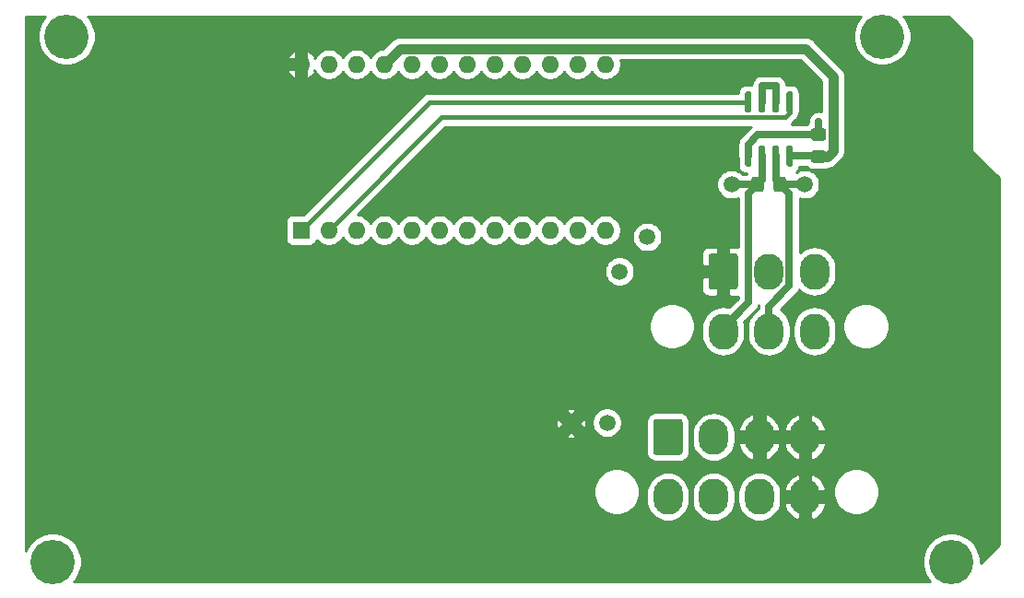
<source format=gbr>
G04 #@! TF.GenerationSoftware,KiCad,Pcbnew,(5.1.9)-1*
G04 #@! TF.CreationDate,2021-10-29T09:24:57-06:00*
G04 #@! TF.ProjectId,ABSIS_Bus_Master,41425349-535f-4427-9573-5f4d61737465,2*
G04 #@! TF.SameCoordinates,Original*
G04 #@! TF.FileFunction,Copper,L1,Top*
G04 #@! TF.FilePolarity,Positive*
%FSLAX46Y46*%
G04 Gerber Fmt 4.6, Leading zero omitted, Abs format (unit mm)*
G04 Created by KiCad (PCBNEW (5.1.9)-1) date 2021-10-29 09:24:57*
%MOMM*%
%LPD*%
G01*
G04 APERTURE LIST*
G04 #@! TA.AperFunction,ComponentPad*
%ADD10O,1.600000X1.600000*%
G04 #@! TD*
G04 #@! TA.AperFunction,ComponentPad*
%ADD11R,1.600000X1.600000*%
G04 #@! TD*
G04 #@! TA.AperFunction,ComponentPad*
%ADD12C,1.500000*%
G04 #@! TD*
G04 #@! TA.AperFunction,ComponentPad*
%ADD13C,4.064000*%
G04 #@! TD*
G04 #@! TA.AperFunction,ComponentPad*
%ADD14O,2.700000X3.300000*%
G04 #@! TD*
G04 #@! TA.AperFunction,ViaPad*
%ADD15C,0.600000*%
G04 #@! TD*
G04 #@! TA.AperFunction,Conductor*
%ADD16C,0.635000*%
G04 #@! TD*
G04 #@! TA.AperFunction,Conductor*
%ADD17C,0.914400*%
G04 #@! TD*
G04 #@! TA.AperFunction,Conductor*
%ADD18C,0.457200*%
G04 #@! TD*
G04 #@! TA.AperFunction,Conductor*
%ADD19C,0.254000*%
G04 #@! TD*
G04 #@! TA.AperFunction,Conductor*
%ADD20C,0.100000*%
G04 #@! TD*
G04 APERTURE END LIST*
D10*
X140173000Y-73426000D03*
X168113000Y-88666000D03*
X142713000Y-73426000D03*
X165573000Y-88666000D03*
X145253000Y-73426000D03*
X163033000Y-88666000D03*
X147793000Y-73426000D03*
X160493000Y-88666000D03*
X150333000Y-73426000D03*
X157953000Y-88666000D03*
X152873000Y-73426000D03*
X155413000Y-88666000D03*
X155413000Y-73426000D03*
X152873000Y-88666000D03*
X157953000Y-73426000D03*
X150333000Y-88666000D03*
X160493000Y-73426000D03*
X147793000Y-88666000D03*
X163033000Y-73426000D03*
X145253000Y-88666000D03*
X165573000Y-73426000D03*
X142713000Y-88666000D03*
X168113000Y-73426000D03*
D11*
X140173000Y-88666000D03*
G04 #@! TA.AperFunction,SMDPad,CuDef*
G36*
G01*
X188156001Y-82499000D02*
X187255999Y-82499000D01*
G75*
G02*
X187006000Y-82249001I0J249999D01*
G01*
X187006000Y-81598999D01*
G75*
G02*
X187255999Y-81349000I249999J0D01*
G01*
X188156001Y-81349000D01*
G75*
G02*
X188406000Y-81598999I0J-249999D01*
G01*
X188406000Y-82249001D01*
G75*
G02*
X188156001Y-82499000I-249999J0D01*
G01*
G37*
G04 #@! TD.AperFunction*
G04 #@! TA.AperFunction,SMDPad,CuDef*
G36*
G01*
X188156001Y-80449000D02*
X187255999Y-80449000D01*
G75*
G02*
X187006000Y-80199001I0J249999D01*
G01*
X187006000Y-79548999D01*
G75*
G02*
X187255999Y-79299000I249999J0D01*
G01*
X188156001Y-79299000D01*
G75*
G02*
X188406000Y-79548999I0J-249999D01*
G01*
X188406000Y-80199001D01*
G75*
G02*
X188156001Y-80449000I-249999J0D01*
G01*
G37*
G04 #@! TD.AperFunction*
D12*
X186436000Y-84455000D03*
G04 #@! TA.AperFunction,SMDPad,CuDef*
G36*
G01*
X184734000Y-84004999D02*
X184734000Y-84905001D01*
G75*
G02*
X184484001Y-85155000I-249999J0D01*
G01*
X183833999Y-85155000D01*
G75*
G02*
X183584000Y-84905001I0J249999D01*
G01*
X183584000Y-84004999D01*
G75*
G02*
X183833999Y-83755000I249999J0D01*
G01*
X184484001Y-83755000D01*
G75*
G02*
X184734000Y-84004999I0J-249999D01*
G01*
G37*
G04 #@! TD.AperFunction*
G04 #@! TA.AperFunction,SMDPad,CuDef*
G36*
G01*
X182684000Y-84004999D02*
X182684000Y-84905001D01*
G75*
G02*
X182434001Y-85155000I-249999J0D01*
G01*
X181783999Y-85155000D01*
G75*
G02*
X181534000Y-84905001I0J249999D01*
G01*
X181534000Y-84004999D01*
G75*
G02*
X181783999Y-83755000I249999J0D01*
G01*
X182434001Y-83755000D01*
G75*
G02*
X182684000Y-84004999I0J-249999D01*
G01*
G37*
G04 #@! TD.AperFunction*
G04 #@! TA.AperFunction,SMDPad,CuDef*
G36*
G01*
X184889000Y-75925000D02*
X185189000Y-75925000D01*
G75*
G02*
X185339000Y-76075000I0J-150000D01*
G01*
X185339000Y-77725000D01*
G75*
G02*
X185189000Y-77875000I-150000J0D01*
G01*
X184889000Y-77875000D01*
G75*
G02*
X184739000Y-77725000I0J150000D01*
G01*
X184739000Y-76075000D01*
G75*
G02*
X184889000Y-75925000I150000J0D01*
G01*
G37*
G04 #@! TD.AperFunction*
G04 #@! TA.AperFunction,SMDPad,CuDef*
G36*
G01*
X183619000Y-75925000D02*
X183919000Y-75925000D01*
G75*
G02*
X184069000Y-76075000I0J-150000D01*
G01*
X184069000Y-77725000D01*
G75*
G02*
X183919000Y-77875000I-150000J0D01*
G01*
X183619000Y-77875000D01*
G75*
G02*
X183469000Y-77725000I0J150000D01*
G01*
X183469000Y-76075000D01*
G75*
G02*
X183619000Y-75925000I150000J0D01*
G01*
G37*
G04 #@! TD.AperFunction*
G04 #@! TA.AperFunction,SMDPad,CuDef*
G36*
G01*
X182349000Y-75925000D02*
X182649000Y-75925000D01*
G75*
G02*
X182799000Y-76075000I0J-150000D01*
G01*
X182799000Y-77725000D01*
G75*
G02*
X182649000Y-77875000I-150000J0D01*
G01*
X182349000Y-77875000D01*
G75*
G02*
X182199000Y-77725000I0J150000D01*
G01*
X182199000Y-76075000D01*
G75*
G02*
X182349000Y-75925000I150000J0D01*
G01*
G37*
G04 #@! TD.AperFunction*
G04 #@! TA.AperFunction,SMDPad,CuDef*
G36*
G01*
X181079000Y-75925000D02*
X181379000Y-75925000D01*
G75*
G02*
X181529000Y-76075000I0J-150000D01*
G01*
X181529000Y-77725000D01*
G75*
G02*
X181379000Y-77875000I-150000J0D01*
G01*
X181079000Y-77875000D01*
G75*
G02*
X180929000Y-77725000I0J150000D01*
G01*
X180929000Y-76075000D01*
G75*
G02*
X181079000Y-75925000I150000J0D01*
G01*
G37*
G04 #@! TD.AperFunction*
G04 #@! TA.AperFunction,SMDPad,CuDef*
G36*
G01*
X181079000Y-80875000D02*
X181379000Y-80875000D01*
G75*
G02*
X181529000Y-81025000I0J-150000D01*
G01*
X181529000Y-82675000D01*
G75*
G02*
X181379000Y-82825000I-150000J0D01*
G01*
X181079000Y-82825000D01*
G75*
G02*
X180929000Y-82675000I0J150000D01*
G01*
X180929000Y-81025000D01*
G75*
G02*
X181079000Y-80875000I150000J0D01*
G01*
G37*
G04 #@! TD.AperFunction*
G04 #@! TA.AperFunction,SMDPad,CuDef*
G36*
G01*
X182349000Y-80875000D02*
X182649000Y-80875000D01*
G75*
G02*
X182799000Y-81025000I0J-150000D01*
G01*
X182799000Y-82675000D01*
G75*
G02*
X182649000Y-82825000I-150000J0D01*
G01*
X182349000Y-82825000D01*
G75*
G02*
X182199000Y-82675000I0J150000D01*
G01*
X182199000Y-81025000D01*
G75*
G02*
X182349000Y-80875000I150000J0D01*
G01*
G37*
G04 #@! TD.AperFunction*
G04 #@! TA.AperFunction,SMDPad,CuDef*
G36*
G01*
X183619000Y-80875000D02*
X183919000Y-80875000D01*
G75*
G02*
X184069000Y-81025000I0J-150000D01*
G01*
X184069000Y-82675000D01*
G75*
G02*
X183919000Y-82825000I-150000J0D01*
G01*
X183619000Y-82825000D01*
G75*
G02*
X183469000Y-82675000I0J150000D01*
G01*
X183469000Y-81025000D01*
G75*
G02*
X183619000Y-80875000I150000J0D01*
G01*
G37*
G04 #@! TD.AperFunction*
G04 #@! TA.AperFunction,SMDPad,CuDef*
G36*
G01*
X184889000Y-80875000D02*
X185189000Y-80875000D01*
G75*
G02*
X185339000Y-81025000I0J-150000D01*
G01*
X185339000Y-82675000D01*
G75*
G02*
X185189000Y-82825000I-150000J0D01*
G01*
X184889000Y-82825000D01*
G75*
G02*
X184739000Y-82675000I0J150000D01*
G01*
X184739000Y-81025000D01*
G75*
G02*
X184889000Y-80875000I150000J0D01*
G01*
G37*
G04 #@! TD.AperFunction*
X179705000Y-84455000D03*
D13*
X117348000Y-119126000D03*
X199898000Y-119126000D03*
X118618000Y-70866000D03*
X193548000Y-70866000D03*
D12*
X164973000Y-106426000D03*
X171958000Y-89281000D03*
X169418000Y-92456000D03*
X168275000Y-106362500D03*
G04 #@! TA.AperFunction,ComponentPad*
G36*
G01*
X172513000Y-109065999D02*
X172513000Y-106266001D01*
G75*
G02*
X172763001Y-106016000I250001J0D01*
G01*
X174962999Y-106016000D01*
G75*
G02*
X175213000Y-106266001I0J-250001D01*
G01*
X175213000Y-109065999D01*
G75*
G02*
X174962999Y-109316000I-250001J0D01*
G01*
X172763001Y-109316000D01*
G75*
G02*
X172513000Y-109065999I0J250001D01*
G01*
G37*
G04 #@! TD.AperFunction*
D14*
X178063000Y-107666000D03*
X182263000Y-107666000D03*
X186463000Y-107666000D03*
X173863000Y-113166000D03*
X178063000Y-113166000D03*
X182263000Y-113166000D03*
X186463000Y-113166000D03*
G04 #@! TA.AperFunction,ComponentPad*
G36*
G01*
X177593000Y-93855999D02*
X177593000Y-91056001D01*
G75*
G02*
X177843001Y-90806000I250001J0D01*
G01*
X180042999Y-90806000D01*
G75*
G02*
X180293000Y-91056001I0J-250001D01*
G01*
X180293000Y-93855999D01*
G75*
G02*
X180042999Y-94106000I-250001J0D01*
G01*
X177843001Y-94106000D01*
G75*
G02*
X177593000Y-93855999I0J250001D01*
G01*
G37*
G04 #@! TD.AperFunction*
X183143000Y-92456000D03*
X187343000Y-92456000D03*
X178943000Y-97956000D03*
X183143000Y-97956000D03*
X187343000Y-97956000D03*
D15*
X187706000Y-78676500D03*
X182499000Y-75374500D03*
D16*
X181229000Y-80775000D02*
X181229000Y-81850000D01*
X182130000Y-79874000D02*
X181229000Y-80775000D01*
X187706000Y-79874000D02*
X182130000Y-79874000D01*
X187706000Y-79874000D02*
X187706000Y-78676500D01*
X187632000Y-81850000D02*
X187706000Y-81924000D01*
X185039000Y-81850000D02*
X187632000Y-81850000D01*
D17*
X149250201Y-71968799D02*
X147793000Y-73426000D01*
X186475799Y-71968799D02*
X149250201Y-71968799D01*
X189063210Y-74556210D02*
X186475799Y-71968799D01*
X189063210Y-81366790D02*
X189063210Y-74556210D01*
X188506000Y-81924000D02*
X189063210Y-81366790D01*
X187706000Y-81924000D02*
X188506000Y-81924000D01*
D16*
X182499000Y-84065000D02*
X182109000Y-84455000D01*
X182499000Y-81850000D02*
X182499000Y-84065000D01*
X182109000Y-84455000D02*
X179705000Y-84455000D01*
X178943000Y-97656000D02*
X178943000Y-97956000D01*
X181275490Y-95323510D02*
X178943000Y-97656000D01*
X181275490Y-85288510D02*
X181275490Y-95323510D01*
X182109000Y-84455000D02*
X181275490Y-85288510D01*
X186436000Y-84455000D02*
X184159000Y-84455000D01*
X183769000Y-84065000D02*
X184159000Y-84455000D01*
X183769000Y-81850000D02*
X183769000Y-84065000D01*
X183143000Y-95671000D02*
X183143000Y-97956000D01*
X185010510Y-93803490D02*
X183143000Y-95671000D01*
X185010510Y-85306510D02*
X185010510Y-93803490D01*
X184159000Y-84455000D02*
X185010510Y-85306510D01*
X183769000Y-76900000D02*
X183769000Y-75374500D01*
X183769000Y-75374500D02*
X182499000Y-75374500D01*
X182499000Y-75374500D02*
X182499000Y-76900000D01*
D18*
X185039000Y-77875000D02*
X185039000Y-76900000D01*
X184610390Y-78303610D02*
X185039000Y-77875000D01*
X153075390Y-78303610D02*
X184610390Y-78303610D01*
X142713000Y-88666000D02*
X153075390Y-78303610D01*
X151939000Y-76900000D02*
X140173000Y-88666000D01*
X181229000Y-76900000D02*
X151939000Y-76900000D01*
D19*
X116546406Y-69165887D02*
X116254536Y-69602702D01*
X116053492Y-70088065D01*
X115951000Y-70603323D01*
X115951000Y-71128677D01*
X116053492Y-71643935D01*
X116254536Y-72129298D01*
X116546406Y-72566113D01*
X116917887Y-72937594D01*
X117354702Y-73229464D01*
X117840065Y-73430508D01*
X118355323Y-73533000D01*
X118880677Y-73533000D01*
X119395935Y-73430508D01*
X119881298Y-73229464D01*
X120318113Y-72937594D01*
X120517683Y-72738024D01*
X138913647Y-72738024D01*
X138980279Y-72943500D01*
X139690500Y-72943500D01*
X139690500Y-72244472D01*
X139485027Y-72166667D01*
X139272787Y-72308460D01*
X139072063Y-72505556D01*
X138913647Y-72738024D01*
X120517683Y-72738024D01*
X120689594Y-72566113D01*
X120981464Y-72129298D01*
X121182508Y-71643935D01*
X121285000Y-71128677D01*
X121285000Y-70603323D01*
X121182508Y-70088065D01*
X120981464Y-69602702D01*
X120689594Y-69165887D01*
X120559707Y-69036000D01*
X191606293Y-69036000D01*
X191476406Y-69165887D01*
X191184536Y-69602702D01*
X190983492Y-70088065D01*
X190881000Y-70603323D01*
X190881000Y-71128677D01*
X190983492Y-71643935D01*
X191184536Y-72129298D01*
X191476406Y-72566113D01*
X191847887Y-72937594D01*
X192284702Y-73229464D01*
X192770065Y-73430508D01*
X193285323Y-73533000D01*
X193810677Y-73533000D01*
X194325935Y-73430508D01*
X194811298Y-73229464D01*
X195248113Y-72937594D01*
X195619594Y-72566113D01*
X195911464Y-72129298D01*
X196112508Y-71643935D01*
X196215000Y-71128677D01*
X196215000Y-70603323D01*
X196112508Y-70088065D01*
X195911464Y-69602702D01*
X195619594Y-69165887D01*
X195489707Y-69036000D01*
X199603909Y-69036000D01*
X201728000Y-71160092D01*
X201728001Y-80991115D01*
X201724565Y-81026000D01*
X201738274Y-81165184D01*
X201778872Y-81299019D01*
X201828711Y-81392261D01*
X201844801Y-81422363D01*
X201933526Y-81530475D01*
X201960617Y-81552708D01*
X204268000Y-83860092D01*
X204268001Y-117561907D01*
X202565000Y-119264909D01*
X202565000Y-118863323D01*
X202462508Y-118348065D01*
X202261464Y-117862702D01*
X201969594Y-117425887D01*
X201598113Y-117054406D01*
X201161298Y-116762536D01*
X200675935Y-116561492D01*
X200160677Y-116459000D01*
X199635323Y-116459000D01*
X199120065Y-116561492D01*
X198634702Y-116762536D01*
X198197887Y-117054406D01*
X197826406Y-117425887D01*
X197534536Y-117862702D01*
X197333492Y-118348065D01*
X197231000Y-118863323D01*
X197231000Y-119388677D01*
X197333492Y-119903935D01*
X197534536Y-120389298D01*
X197826406Y-120826113D01*
X197956293Y-120956000D01*
X119289707Y-120956000D01*
X119419594Y-120826113D01*
X119711464Y-120389298D01*
X119912508Y-119903935D01*
X120015000Y-119388677D01*
X120015000Y-118863323D01*
X119912508Y-118348065D01*
X119711464Y-117862702D01*
X119419594Y-117425887D01*
X119048113Y-117054406D01*
X118611298Y-116762536D01*
X118125935Y-116561492D01*
X117610677Y-116459000D01*
X117085323Y-116459000D01*
X116570065Y-116561492D01*
X116084702Y-116762536D01*
X115647887Y-117054406D01*
X115276406Y-117425887D01*
X114984536Y-117862702D01*
X114883000Y-118107832D01*
X114883000Y-112495721D01*
X167028000Y-112495721D01*
X167028000Y-112916279D01*
X167110047Y-113328756D01*
X167270988Y-113717302D01*
X167504637Y-114066983D01*
X167802017Y-114364363D01*
X168151698Y-114598012D01*
X168540244Y-114758953D01*
X168952721Y-114841000D01*
X169373279Y-114841000D01*
X169785756Y-114758953D01*
X170174302Y-114598012D01*
X170523983Y-114364363D01*
X170821363Y-114066983D01*
X171055012Y-113717302D01*
X171215953Y-113328756D01*
X171298000Y-112916279D01*
X171298000Y-112768491D01*
X171878000Y-112768491D01*
X171878000Y-113563510D01*
X171906722Y-113855128D01*
X172020226Y-114229302D01*
X172204547Y-114574143D01*
X172452603Y-114876398D01*
X172754858Y-115124453D01*
X173099699Y-115308774D01*
X173473873Y-115422278D01*
X173863000Y-115460604D01*
X174252128Y-115422278D01*
X174626302Y-115308774D01*
X174971143Y-115124453D01*
X175273398Y-114876398D01*
X175521453Y-114574143D01*
X175705774Y-114229302D01*
X175819278Y-113855127D01*
X175848000Y-113563509D01*
X175848000Y-112768491D01*
X176078000Y-112768491D01*
X176078000Y-113563510D01*
X176106722Y-113855128D01*
X176220226Y-114229302D01*
X176404547Y-114574143D01*
X176652603Y-114876398D01*
X176954858Y-115124453D01*
X177299699Y-115308774D01*
X177673873Y-115422278D01*
X178063000Y-115460604D01*
X178452128Y-115422278D01*
X178826302Y-115308774D01*
X179171143Y-115124453D01*
X179473398Y-114876398D01*
X179721453Y-114574143D01*
X179905774Y-114229302D01*
X180019278Y-113855127D01*
X180048000Y-113563509D01*
X180048000Y-112768491D01*
X180278000Y-112768491D01*
X180278000Y-113563510D01*
X180306722Y-113855128D01*
X180420226Y-114229302D01*
X180604547Y-114574143D01*
X180852603Y-114876398D01*
X181154858Y-115124453D01*
X181499699Y-115308774D01*
X181873873Y-115422278D01*
X182263000Y-115460604D01*
X182652128Y-115422278D01*
X183026302Y-115308774D01*
X183371143Y-115124453D01*
X183673398Y-114876398D01*
X183921453Y-114574143D01*
X184105774Y-114229302D01*
X184189501Y-113953287D01*
X184553014Y-113953287D01*
X184684779Y-114316544D01*
X184884880Y-114647115D01*
X185145627Y-114932296D01*
X185457000Y-115161128D01*
X185685231Y-115292281D01*
X185980500Y-115227358D01*
X185980500Y-113648500D01*
X186945500Y-113648500D01*
X186945500Y-115227358D01*
X187240769Y-115292281D01*
X187469000Y-115161128D01*
X187780373Y-114932296D01*
X188041120Y-114647115D01*
X188241221Y-114316544D01*
X188372986Y-113953287D01*
X188266949Y-113648500D01*
X186945500Y-113648500D01*
X185980500Y-113648500D01*
X184659051Y-113648500D01*
X184553014Y-113953287D01*
X184189501Y-113953287D01*
X184219278Y-113855127D01*
X184248000Y-113563509D01*
X184248000Y-112768490D01*
X184219278Y-112476872D01*
X184189502Y-112378713D01*
X184553014Y-112378713D01*
X184659051Y-112683500D01*
X185980500Y-112683500D01*
X185980500Y-111104642D01*
X186945500Y-111104642D01*
X186945500Y-112683500D01*
X188266949Y-112683500D01*
X188332278Y-112495721D01*
X189028000Y-112495721D01*
X189028000Y-112916279D01*
X189110047Y-113328756D01*
X189270988Y-113717302D01*
X189504637Y-114066983D01*
X189802017Y-114364363D01*
X190151698Y-114598012D01*
X190540244Y-114758953D01*
X190952721Y-114841000D01*
X191373279Y-114841000D01*
X191785756Y-114758953D01*
X192174302Y-114598012D01*
X192523983Y-114364363D01*
X192821363Y-114066983D01*
X193055012Y-113717302D01*
X193215953Y-113328756D01*
X193298000Y-112916279D01*
X193298000Y-112495721D01*
X193215953Y-112083244D01*
X193055012Y-111694698D01*
X192821363Y-111345017D01*
X192523983Y-111047637D01*
X192174302Y-110813988D01*
X191785756Y-110653047D01*
X191373279Y-110571000D01*
X190952721Y-110571000D01*
X190540244Y-110653047D01*
X190151698Y-110813988D01*
X189802017Y-111047637D01*
X189504637Y-111345017D01*
X189270988Y-111694698D01*
X189110047Y-112083244D01*
X189028000Y-112495721D01*
X188332278Y-112495721D01*
X188372986Y-112378713D01*
X188241221Y-112015456D01*
X188041120Y-111684885D01*
X187780373Y-111399704D01*
X187469000Y-111170872D01*
X187240769Y-111039719D01*
X186945500Y-111104642D01*
X185980500Y-111104642D01*
X185685231Y-111039719D01*
X185457000Y-111170872D01*
X185145627Y-111399704D01*
X184884880Y-111684885D01*
X184684779Y-112015456D01*
X184553014Y-112378713D01*
X184189502Y-112378713D01*
X184105774Y-112102698D01*
X183921453Y-111757857D01*
X183673398Y-111455602D01*
X183371143Y-111207547D01*
X183026301Y-111023226D01*
X182652127Y-110909722D01*
X182263000Y-110871396D01*
X181873872Y-110909722D01*
X181499698Y-111023226D01*
X181154857Y-111207547D01*
X180852602Y-111455602D01*
X180604547Y-111757857D01*
X180420226Y-112102699D01*
X180306722Y-112476873D01*
X180278000Y-112768491D01*
X180048000Y-112768491D01*
X180048000Y-112768490D01*
X180019278Y-112476872D01*
X179905774Y-112102698D01*
X179721453Y-111757857D01*
X179473398Y-111455602D01*
X179171143Y-111207547D01*
X178826301Y-111023226D01*
X178452127Y-110909722D01*
X178063000Y-110871396D01*
X177673872Y-110909722D01*
X177299698Y-111023226D01*
X176954857Y-111207547D01*
X176652602Y-111455602D01*
X176404547Y-111757857D01*
X176220226Y-112102699D01*
X176106722Y-112476873D01*
X176078000Y-112768491D01*
X175848000Y-112768491D01*
X175848000Y-112768490D01*
X175819278Y-112476872D01*
X175705774Y-112102698D01*
X175521453Y-111757857D01*
X175273398Y-111455602D01*
X174971143Y-111207547D01*
X174626301Y-111023226D01*
X174252127Y-110909722D01*
X173863000Y-110871396D01*
X173473872Y-110909722D01*
X173099698Y-111023226D01*
X172754857Y-111207547D01*
X172452602Y-111455602D01*
X172204547Y-111757857D01*
X172020226Y-112102699D01*
X171906722Y-112476873D01*
X171878000Y-112768491D01*
X171298000Y-112768491D01*
X171298000Y-112495721D01*
X171215953Y-112083244D01*
X171055012Y-111694698D01*
X170821363Y-111345017D01*
X170523983Y-111047637D01*
X170174302Y-110813988D01*
X169785756Y-110653047D01*
X169373279Y-110571000D01*
X168952721Y-110571000D01*
X168540244Y-110653047D01*
X168151698Y-110813988D01*
X167802017Y-111047637D01*
X167504637Y-111345017D01*
X167270988Y-111694698D01*
X167110047Y-112083244D01*
X167028000Y-112495721D01*
X114883000Y-112495721D01*
X114883000Y-107569477D01*
X164511882Y-107569477D01*
X164596066Y-107765684D01*
X164864668Y-107813479D01*
X165137433Y-107807953D01*
X165349934Y-107765684D01*
X165434118Y-107569477D01*
X164973000Y-107108358D01*
X164511882Y-107569477D01*
X114883000Y-107569477D01*
X114883000Y-106317668D01*
X163585521Y-106317668D01*
X163591047Y-106590433D01*
X163633316Y-106802934D01*
X163829523Y-106887118D01*
X164290642Y-106426000D01*
X165655358Y-106426000D01*
X166116477Y-106887118D01*
X166312684Y-106802934D01*
X166360479Y-106534332D01*
X166354953Y-106261567D01*
X166347896Y-106226089D01*
X166890000Y-106226089D01*
X166890000Y-106498911D01*
X166943225Y-106766489D01*
X167047629Y-107018543D01*
X167199201Y-107245386D01*
X167392114Y-107438299D01*
X167618957Y-107589871D01*
X167871011Y-107694275D01*
X168138589Y-107747500D01*
X168411411Y-107747500D01*
X168678989Y-107694275D01*
X168931043Y-107589871D01*
X169157886Y-107438299D01*
X169350799Y-107245386D01*
X169502371Y-107018543D01*
X169606775Y-106766489D01*
X169660000Y-106498911D01*
X169660000Y-106266001D01*
X171874928Y-106266001D01*
X171874928Y-109065999D01*
X171891992Y-109239253D01*
X171942529Y-109405850D01*
X172024595Y-109559386D01*
X172135039Y-109693961D01*
X172269614Y-109804405D01*
X172423150Y-109886471D01*
X172589747Y-109937008D01*
X172763001Y-109954072D01*
X174962999Y-109954072D01*
X175136253Y-109937008D01*
X175302850Y-109886471D01*
X175456386Y-109804405D01*
X175590961Y-109693961D01*
X175701405Y-109559386D01*
X175783471Y-109405850D01*
X175834008Y-109239253D01*
X175851072Y-109065999D01*
X175851072Y-107268491D01*
X176078000Y-107268491D01*
X176078000Y-108063510D01*
X176106722Y-108355128D01*
X176220226Y-108729302D01*
X176404547Y-109074143D01*
X176652603Y-109376398D01*
X176954858Y-109624453D01*
X177299699Y-109808774D01*
X177673873Y-109922278D01*
X178063000Y-109960604D01*
X178452128Y-109922278D01*
X178826302Y-109808774D01*
X179171143Y-109624453D01*
X179473398Y-109376398D01*
X179721453Y-109074143D01*
X179905774Y-108729302D01*
X179989501Y-108453287D01*
X180353014Y-108453287D01*
X180484779Y-108816544D01*
X180684880Y-109147115D01*
X180945627Y-109432296D01*
X181257000Y-109661128D01*
X181485231Y-109792281D01*
X181780500Y-109727358D01*
X181780500Y-108148500D01*
X182745500Y-108148500D01*
X182745500Y-109727358D01*
X183040769Y-109792281D01*
X183269000Y-109661128D01*
X183580373Y-109432296D01*
X183841120Y-109147115D01*
X184041221Y-108816544D01*
X184172986Y-108453287D01*
X184553014Y-108453287D01*
X184684779Y-108816544D01*
X184884880Y-109147115D01*
X185145627Y-109432296D01*
X185457000Y-109661128D01*
X185685231Y-109792281D01*
X185980500Y-109727358D01*
X185980500Y-108148500D01*
X186945500Y-108148500D01*
X186945500Y-109727358D01*
X187240769Y-109792281D01*
X187469000Y-109661128D01*
X187780373Y-109432296D01*
X188041120Y-109147115D01*
X188241221Y-108816544D01*
X188372986Y-108453287D01*
X188266949Y-108148500D01*
X186945500Y-108148500D01*
X185980500Y-108148500D01*
X184659051Y-108148500D01*
X184553014Y-108453287D01*
X184172986Y-108453287D01*
X184066949Y-108148500D01*
X182745500Y-108148500D01*
X181780500Y-108148500D01*
X180459051Y-108148500D01*
X180353014Y-108453287D01*
X179989501Y-108453287D01*
X180019278Y-108355127D01*
X180048000Y-108063509D01*
X180048000Y-107268490D01*
X180019278Y-106976872D01*
X179989502Y-106878713D01*
X180353014Y-106878713D01*
X180459051Y-107183500D01*
X181780500Y-107183500D01*
X181780500Y-105604642D01*
X182745500Y-105604642D01*
X182745500Y-107183500D01*
X184066949Y-107183500D01*
X184172986Y-106878713D01*
X184553014Y-106878713D01*
X184659051Y-107183500D01*
X185980500Y-107183500D01*
X185980500Y-105604642D01*
X186945500Y-105604642D01*
X186945500Y-107183500D01*
X188266949Y-107183500D01*
X188372986Y-106878713D01*
X188241221Y-106515456D01*
X188041120Y-106184885D01*
X187780373Y-105899704D01*
X187469000Y-105670872D01*
X187240769Y-105539719D01*
X186945500Y-105604642D01*
X185980500Y-105604642D01*
X185685231Y-105539719D01*
X185457000Y-105670872D01*
X185145627Y-105899704D01*
X184884880Y-106184885D01*
X184684779Y-106515456D01*
X184553014Y-106878713D01*
X184172986Y-106878713D01*
X184041221Y-106515456D01*
X183841120Y-106184885D01*
X183580373Y-105899704D01*
X183269000Y-105670872D01*
X183040769Y-105539719D01*
X182745500Y-105604642D01*
X181780500Y-105604642D01*
X181485231Y-105539719D01*
X181257000Y-105670872D01*
X180945627Y-105899704D01*
X180684880Y-106184885D01*
X180484779Y-106515456D01*
X180353014Y-106878713D01*
X179989502Y-106878713D01*
X179905774Y-106602698D01*
X179721453Y-106257857D01*
X179473398Y-105955602D01*
X179171143Y-105707547D01*
X178826301Y-105523226D01*
X178452127Y-105409722D01*
X178063000Y-105371396D01*
X177673872Y-105409722D01*
X177299698Y-105523226D01*
X176954857Y-105707547D01*
X176652602Y-105955602D01*
X176404547Y-106257857D01*
X176220226Y-106602699D01*
X176106722Y-106976873D01*
X176078000Y-107268491D01*
X175851072Y-107268491D01*
X175851072Y-106266001D01*
X175834008Y-106092747D01*
X175783471Y-105926150D01*
X175701405Y-105772614D01*
X175590961Y-105638039D01*
X175456386Y-105527595D01*
X175302850Y-105445529D01*
X175136253Y-105394992D01*
X174962999Y-105377928D01*
X172763001Y-105377928D01*
X172589747Y-105394992D01*
X172423150Y-105445529D01*
X172269614Y-105527595D01*
X172135039Y-105638039D01*
X172024595Y-105772614D01*
X171942529Y-105926150D01*
X171891992Y-106092747D01*
X171874928Y-106266001D01*
X169660000Y-106266001D01*
X169660000Y-106226089D01*
X169606775Y-105958511D01*
X169502371Y-105706457D01*
X169350799Y-105479614D01*
X169157886Y-105286701D01*
X168931043Y-105135129D01*
X168678989Y-105030725D01*
X168411411Y-104977500D01*
X168138589Y-104977500D01*
X167871011Y-105030725D01*
X167618957Y-105135129D01*
X167392114Y-105286701D01*
X167199201Y-105479614D01*
X167047629Y-105706457D01*
X166943225Y-105958511D01*
X166890000Y-106226089D01*
X166347896Y-106226089D01*
X166312684Y-106049066D01*
X166116477Y-105964882D01*
X165655358Y-106426000D01*
X164290642Y-106426000D01*
X163829523Y-105964882D01*
X163633316Y-106049066D01*
X163585521Y-106317668D01*
X114883000Y-106317668D01*
X114883000Y-105282523D01*
X164511882Y-105282523D01*
X164973000Y-105743642D01*
X165434118Y-105282523D01*
X165349934Y-105086316D01*
X165081332Y-105038521D01*
X164808567Y-105044047D01*
X164596066Y-105086316D01*
X164511882Y-105282523D01*
X114883000Y-105282523D01*
X114883000Y-97285721D01*
X172108000Y-97285721D01*
X172108000Y-97706279D01*
X172190047Y-98118756D01*
X172350988Y-98507302D01*
X172584637Y-98856983D01*
X172882017Y-99154363D01*
X173231698Y-99388012D01*
X173620244Y-99548953D01*
X174032721Y-99631000D01*
X174453279Y-99631000D01*
X174865756Y-99548953D01*
X175254302Y-99388012D01*
X175603983Y-99154363D01*
X175901363Y-98856983D01*
X176135012Y-98507302D01*
X176295953Y-98118756D01*
X176378000Y-97706279D01*
X176378000Y-97285721D01*
X176295953Y-96873244D01*
X176135012Y-96484698D01*
X175901363Y-96135017D01*
X175603983Y-95837637D01*
X175254302Y-95603988D01*
X174865756Y-95443047D01*
X174453279Y-95361000D01*
X174032721Y-95361000D01*
X173620244Y-95443047D01*
X173231698Y-95603988D01*
X172882017Y-95837637D01*
X172584637Y-96135017D01*
X172350988Y-96484698D01*
X172190047Y-96873244D01*
X172108000Y-97285721D01*
X114883000Y-97285721D01*
X114883000Y-94106000D01*
X176954928Y-94106000D01*
X176967188Y-94230482D01*
X177003498Y-94350180D01*
X177062463Y-94460494D01*
X177141815Y-94557185D01*
X177238506Y-94636537D01*
X177348820Y-94695502D01*
X177468518Y-94731812D01*
X177593000Y-94744072D01*
X178301750Y-94741000D01*
X178460500Y-94582250D01*
X178460500Y-92938500D01*
X177116750Y-92938500D01*
X176958000Y-93097250D01*
X176954928Y-94106000D01*
X114883000Y-94106000D01*
X114883000Y-92319589D01*
X168033000Y-92319589D01*
X168033000Y-92592411D01*
X168086225Y-92859989D01*
X168190629Y-93112043D01*
X168342201Y-93338886D01*
X168535114Y-93531799D01*
X168761957Y-93683371D01*
X169014011Y-93787775D01*
X169281589Y-93841000D01*
X169554411Y-93841000D01*
X169821989Y-93787775D01*
X170074043Y-93683371D01*
X170300886Y-93531799D01*
X170493799Y-93338886D01*
X170645371Y-93112043D01*
X170749775Y-92859989D01*
X170803000Y-92592411D01*
X170803000Y-92319589D01*
X170749775Y-92052011D01*
X170645371Y-91799957D01*
X170493799Y-91573114D01*
X170300886Y-91380201D01*
X170074043Y-91228629D01*
X169821989Y-91124225D01*
X169554411Y-91071000D01*
X169281589Y-91071000D01*
X169014011Y-91124225D01*
X168761957Y-91228629D01*
X168535114Y-91380201D01*
X168342201Y-91573114D01*
X168190629Y-91799957D01*
X168086225Y-92052011D01*
X168033000Y-92319589D01*
X114883000Y-92319589D01*
X114883000Y-90806000D01*
X176954928Y-90806000D01*
X176958000Y-91814750D01*
X177116750Y-91973500D01*
X178460500Y-91973500D01*
X178460500Y-90329750D01*
X178301750Y-90171000D01*
X177593000Y-90167928D01*
X177468518Y-90180188D01*
X177348820Y-90216498D01*
X177238506Y-90275463D01*
X177141815Y-90354815D01*
X177062463Y-90451506D01*
X177003498Y-90561820D01*
X176967188Y-90681518D01*
X176954928Y-90806000D01*
X114883000Y-90806000D01*
X114883000Y-87866000D01*
X138734928Y-87866000D01*
X138734928Y-89466000D01*
X138747188Y-89590482D01*
X138783498Y-89710180D01*
X138842463Y-89820494D01*
X138921815Y-89917185D01*
X139018506Y-89996537D01*
X139128820Y-90055502D01*
X139248518Y-90091812D01*
X139373000Y-90104072D01*
X140973000Y-90104072D01*
X141097482Y-90091812D01*
X141217180Y-90055502D01*
X141327494Y-89996537D01*
X141424185Y-89917185D01*
X141503537Y-89820494D01*
X141562502Y-89710180D01*
X141598812Y-89590482D01*
X141599643Y-89582039D01*
X141798241Y-89780637D01*
X142033273Y-89937680D01*
X142294426Y-90045853D01*
X142571665Y-90101000D01*
X142854335Y-90101000D01*
X143131574Y-90045853D01*
X143392727Y-89937680D01*
X143627759Y-89780637D01*
X143827637Y-89580759D01*
X143983000Y-89348241D01*
X144138363Y-89580759D01*
X144338241Y-89780637D01*
X144573273Y-89937680D01*
X144834426Y-90045853D01*
X145111665Y-90101000D01*
X145394335Y-90101000D01*
X145671574Y-90045853D01*
X145932727Y-89937680D01*
X146167759Y-89780637D01*
X146367637Y-89580759D01*
X146523000Y-89348241D01*
X146678363Y-89580759D01*
X146878241Y-89780637D01*
X147113273Y-89937680D01*
X147374426Y-90045853D01*
X147651665Y-90101000D01*
X147934335Y-90101000D01*
X148211574Y-90045853D01*
X148472727Y-89937680D01*
X148707759Y-89780637D01*
X148907637Y-89580759D01*
X149063000Y-89348241D01*
X149218363Y-89580759D01*
X149418241Y-89780637D01*
X149653273Y-89937680D01*
X149914426Y-90045853D01*
X150191665Y-90101000D01*
X150474335Y-90101000D01*
X150751574Y-90045853D01*
X151012727Y-89937680D01*
X151247759Y-89780637D01*
X151447637Y-89580759D01*
X151603000Y-89348241D01*
X151758363Y-89580759D01*
X151958241Y-89780637D01*
X152193273Y-89937680D01*
X152454426Y-90045853D01*
X152731665Y-90101000D01*
X153014335Y-90101000D01*
X153291574Y-90045853D01*
X153552727Y-89937680D01*
X153787759Y-89780637D01*
X153987637Y-89580759D01*
X154143000Y-89348241D01*
X154298363Y-89580759D01*
X154498241Y-89780637D01*
X154733273Y-89937680D01*
X154994426Y-90045853D01*
X155271665Y-90101000D01*
X155554335Y-90101000D01*
X155831574Y-90045853D01*
X156092727Y-89937680D01*
X156327759Y-89780637D01*
X156527637Y-89580759D01*
X156683000Y-89348241D01*
X156838363Y-89580759D01*
X157038241Y-89780637D01*
X157273273Y-89937680D01*
X157534426Y-90045853D01*
X157811665Y-90101000D01*
X158094335Y-90101000D01*
X158371574Y-90045853D01*
X158632727Y-89937680D01*
X158867759Y-89780637D01*
X159067637Y-89580759D01*
X159223000Y-89348241D01*
X159378363Y-89580759D01*
X159578241Y-89780637D01*
X159813273Y-89937680D01*
X160074426Y-90045853D01*
X160351665Y-90101000D01*
X160634335Y-90101000D01*
X160911574Y-90045853D01*
X161172727Y-89937680D01*
X161407759Y-89780637D01*
X161607637Y-89580759D01*
X161763000Y-89348241D01*
X161918363Y-89580759D01*
X162118241Y-89780637D01*
X162353273Y-89937680D01*
X162614426Y-90045853D01*
X162891665Y-90101000D01*
X163174335Y-90101000D01*
X163451574Y-90045853D01*
X163712727Y-89937680D01*
X163947759Y-89780637D01*
X164147637Y-89580759D01*
X164303000Y-89348241D01*
X164458363Y-89580759D01*
X164658241Y-89780637D01*
X164893273Y-89937680D01*
X165154426Y-90045853D01*
X165431665Y-90101000D01*
X165714335Y-90101000D01*
X165991574Y-90045853D01*
X166252727Y-89937680D01*
X166487759Y-89780637D01*
X166687637Y-89580759D01*
X166843000Y-89348241D01*
X166998363Y-89580759D01*
X167198241Y-89780637D01*
X167433273Y-89937680D01*
X167694426Y-90045853D01*
X167971665Y-90101000D01*
X168254335Y-90101000D01*
X168531574Y-90045853D01*
X168792727Y-89937680D01*
X169027759Y-89780637D01*
X169227637Y-89580759D01*
X169384680Y-89345727D01*
X169467993Y-89144589D01*
X170573000Y-89144589D01*
X170573000Y-89417411D01*
X170626225Y-89684989D01*
X170730629Y-89937043D01*
X170882201Y-90163886D01*
X171075114Y-90356799D01*
X171301957Y-90508371D01*
X171554011Y-90612775D01*
X171821589Y-90666000D01*
X172094411Y-90666000D01*
X172361989Y-90612775D01*
X172614043Y-90508371D01*
X172840886Y-90356799D01*
X173033799Y-90163886D01*
X173185371Y-89937043D01*
X173289775Y-89684989D01*
X173343000Y-89417411D01*
X173343000Y-89144589D01*
X173289775Y-88877011D01*
X173185371Y-88624957D01*
X173033799Y-88398114D01*
X172840886Y-88205201D01*
X172614043Y-88053629D01*
X172361989Y-87949225D01*
X172094411Y-87896000D01*
X171821589Y-87896000D01*
X171554011Y-87949225D01*
X171301957Y-88053629D01*
X171075114Y-88205201D01*
X170882201Y-88398114D01*
X170730629Y-88624957D01*
X170626225Y-88877011D01*
X170573000Y-89144589D01*
X169467993Y-89144589D01*
X169492853Y-89084574D01*
X169548000Y-88807335D01*
X169548000Y-88524665D01*
X169492853Y-88247426D01*
X169384680Y-87986273D01*
X169227637Y-87751241D01*
X169027759Y-87551363D01*
X168792727Y-87394320D01*
X168531574Y-87286147D01*
X168254335Y-87231000D01*
X167971665Y-87231000D01*
X167694426Y-87286147D01*
X167433273Y-87394320D01*
X167198241Y-87551363D01*
X166998363Y-87751241D01*
X166843000Y-87983759D01*
X166687637Y-87751241D01*
X166487759Y-87551363D01*
X166252727Y-87394320D01*
X165991574Y-87286147D01*
X165714335Y-87231000D01*
X165431665Y-87231000D01*
X165154426Y-87286147D01*
X164893273Y-87394320D01*
X164658241Y-87551363D01*
X164458363Y-87751241D01*
X164303000Y-87983759D01*
X164147637Y-87751241D01*
X163947759Y-87551363D01*
X163712727Y-87394320D01*
X163451574Y-87286147D01*
X163174335Y-87231000D01*
X162891665Y-87231000D01*
X162614426Y-87286147D01*
X162353273Y-87394320D01*
X162118241Y-87551363D01*
X161918363Y-87751241D01*
X161763000Y-87983759D01*
X161607637Y-87751241D01*
X161407759Y-87551363D01*
X161172727Y-87394320D01*
X160911574Y-87286147D01*
X160634335Y-87231000D01*
X160351665Y-87231000D01*
X160074426Y-87286147D01*
X159813273Y-87394320D01*
X159578241Y-87551363D01*
X159378363Y-87751241D01*
X159223000Y-87983759D01*
X159067637Y-87751241D01*
X158867759Y-87551363D01*
X158632727Y-87394320D01*
X158371574Y-87286147D01*
X158094335Y-87231000D01*
X157811665Y-87231000D01*
X157534426Y-87286147D01*
X157273273Y-87394320D01*
X157038241Y-87551363D01*
X156838363Y-87751241D01*
X156683000Y-87983759D01*
X156527637Y-87751241D01*
X156327759Y-87551363D01*
X156092727Y-87394320D01*
X155831574Y-87286147D01*
X155554335Y-87231000D01*
X155271665Y-87231000D01*
X154994426Y-87286147D01*
X154733273Y-87394320D01*
X154498241Y-87551363D01*
X154298363Y-87751241D01*
X154143000Y-87983759D01*
X153987637Y-87751241D01*
X153787759Y-87551363D01*
X153552727Y-87394320D01*
X153291574Y-87286147D01*
X153014335Y-87231000D01*
X152731665Y-87231000D01*
X152454426Y-87286147D01*
X152193273Y-87394320D01*
X151958241Y-87551363D01*
X151758363Y-87751241D01*
X151603000Y-87983759D01*
X151447637Y-87751241D01*
X151247759Y-87551363D01*
X151012727Y-87394320D01*
X150751574Y-87286147D01*
X150474335Y-87231000D01*
X150191665Y-87231000D01*
X149914426Y-87286147D01*
X149653273Y-87394320D01*
X149418241Y-87551363D01*
X149218363Y-87751241D01*
X149063000Y-87983759D01*
X148907637Y-87751241D01*
X148707759Y-87551363D01*
X148472727Y-87394320D01*
X148211574Y-87286147D01*
X147934335Y-87231000D01*
X147651665Y-87231000D01*
X147374426Y-87286147D01*
X147113273Y-87394320D01*
X146878241Y-87551363D01*
X146678363Y-87751241D01*
X146523000Y-87983759D01*
X146367637Y-87751241D01*
X146167759Y-87551363D01*
X145932727Y-87394320D01*
X145671574Y-87286147D01*
X145394335Y-87231000D01*
X145369313Y-87231000D01*
X153433105Y-79167210D01*
X181489792Y-79167210D01*
X181453222Y-79197222D01*
X181423393Y-79233569D01*
X180588569Y-80068393D01*
X180552222Y-80098222D01*
X180433194Y-80243259D01*
X180344748Y-80408732D01*
X180310532Y-80521526D01*
X180290283Y-80588278D01*
X180271892Y-80775000D01*
X180276500Y-80821785D01*
X180276501Y-81896785D01*
X180290284Y-82036723D01*
X180290928Y-82038846D01*
X180290928Y-82675000D01*
X180306071Y-82828745D01*
X180350916Y-82976582D01*
X180423742Y-83112829D01*
X180521749Y-83232251D01*
X180641171Y-83330258D01*
X180777418Y-83403084D01*
X180925255Y-83447929D01*
X181079000Y-83463072D01*
X181085432Y-83463072D01*
X181053074Y-83502500D01*
X180711185Y-83502500D01*
X180587886Y-83379201D01*
X180361043Y-83227629D01*
X180108989Y-83123225D01*
X179841411Y-83070000D01*
X179568589Y-83070000D01*
X179301011Y-83123225D01*
X179048957Y-83227629D01*
X178822114Y-83379201D01*
X178629201Y-83572114D01*
X178477629Y-83798957D01*
X178373225Y-84051011D01*
X178320000Y-84318589D01*
X178320000Y-84591411D01*
X178373225Y-84858989D01*
X178477629Y-85111043D01*
X178629201Y-85337886D01*
X178822114Y-85530799D01*
X179048957Y-85682371D01*
X179301011Y-85786775D01*
X179568589Y-85840000D01*
X179841411Y-85840000D01*
X180108989Y-85786775D01*
X180322990Y-85698133D01*
X180322990Y-90170882D01*
X180293000Y-90167928D01*
X179584250Y-90171000D01*
X179425500Y-90329750D01*
X179425500Y-91973500D01*
X179445500Y-91973500D01*
X179445500Y-92938500D01*
X179425500Y-92938500D01*
X179425500Y-94582250D01*
X179584250Y-94741000D01*
X180293000Y-94744072D01*
X180322991Y-94741118D01*
X180322991Y-94928970D01*
X179501010Y-95750952D01*
X179332127Y-95699722D01*
X178943000Y-95661396D01*
X178553872Y-95699722D01*
X178179698Y-95813226D01*
X177834857Y-95997547D01*
X177532602Y-96245602D01*
X177284547Y-96547857D01*
X177100226Y-96892699D01*
X176986722Y-97266873D01*
X176958000Y-97558491D01*
X176958000Y-98353510D01*
X176986722Y-98645128D01*
X177100226Y-99019302D01*
X177284547Y-99364143D01*
X177532603Y-99666398D01*
X177834858Y-99914453D01*
X178179699Y-100098774D01*
X178553873Y-100212278D01*
X178943000Y-100250604D01*
X179332128Y-100212278D01*
X179706302Y-100098774D01*
X180051143Y-99914453D01*
X180353398Y-99666398D01*
X180601453Y-99364143D01*
X180785774Y-99019302D01*
X180899278Y-98645127D01*
X180928000Y-98353509D01*
X180928000Y-97558490D01*
X180899278Y-97266872D01*
X180848048Y-97097990D01*
X181915926Y-96030113D01*
X181952268Y-96000288D01*
X182071296Y-95855251D01*
X182159742Y-95689779D01*
X182195726Y-95571156D01*
X182185892Y-95671000D01*
X182190500Y-95717785D01*
X182190500Y-95914354D01*
X182034857Y-95997547D01*
X181732602Y-96245602D01*
X181484547Y-96547857D01*
X181300226Y-96892699D01*
X181186722Y-97266873D01*
X181158000Y-97558491D01*
X181158000Y-98353510D01*
X181186722Y-98645128D01*
X181300226Y-99019302D01*
X181484547Y-99364143D01*
X181732603Y-99666398D01*
X182034858Y-99914453D01*
X182379699Y-100098774D01*
X182753873Y-100212278D01*
X183143000Y-100250604D01*
X183532128Y-100212278D01*
X183906302Y-100098774D01*
X184251143Y-99914453D01*
X184553398Y-99666398D01*
X184801453Y-99364143D01*
X184985774Y-99019302D01*
X185099278Y-98645127D01*
X185128000Y-98353509D01*
X185128000Y-97558491D01*
X185358000Y-97558491D01*
X185358000Y-98353510D01*
X185386722Y-98645128D01*
X185500226Y-99019302D01*
X185684547Y-99364143D01*
X185932603Y-99666398D01*
X186234858Y-99914453D01*
X186579699Y-100098774D01*
X186953873Y-100212278D01*
X187343000Y-100250604D01*
X187732128Y-100212278D01*
X188106302Y-100098774D01*
X188451143Y-99914453D01*
X188753398Y-99666398D01*
X189001453Y-99364143D01*
X189185774Y-99019302D01*
X189299278Y-98645127D01*
X189328000Y-98353509D01*
X189328000Y-97558490D01*
X189301135Y-97285721D01*
X189908000Y-97285721D01*
X189908000Y-97706279D01*
X189990047Y-98118756D01*
X190150988Y-98507302D01*
X190384637Y-98856983D01*
X190682017Y-99154363D01*
X191031698Y-99388012D01*
X191420244Y-99548953D01*
X191832721Y-99631000D01*
X192253279Y-99631000D01*
X192665756Y-99548953D01*
X193054302Y-99388012D01*
X193403983Y-99154363D01*
X193701363Y-98856983D01*
X193935012Y-98507302D01*
X194095953Y-98118756D01*
X194178000Y-97706279D01*
X194178000Y-97285721D01*
X194095953Y-96873244D01*
X193935012Y-96484698D01*
X193701363Y-96135017D01*
X193403983Y-95837637D01*
X193054302Y-95603988D01*
X192665756Y-95443047D01*
X192253279Y-95361000D01*
X191832721Y-95361000D01*
X191420244Y-95443047D01*
X191031698Y-95603988D01*
X190682017Y-95837637D01*
X190384637Y-96135017D01*
X190150988Y-96484698D01*
X189990047Y-96873244D01*
X189908000Y-97285721D01*
X189301135Y-97285721D01*
X189299278Y-97266872D01*
X189185774Y-96892698D01*
X189001453Y-96547857D01*
X188753398Y-96245602D01*
X188451143Y-95997547D01*
X188106301Y-95813226D01*
X187732127Y-95699722D01*
X187343000Y-95661396D01*
X186953872Y-95699722D01*
X186579698Y-95813226D01*
X186234857Y-95997547D01*
X185932602Y-96245602D01*
X185684547Y-96547857D01*
X185500226Y-96892699D01*
X185386722Y-97266873D01*
X185358000Y-97558491D01*
X185128000Y-97558491D01*
X185128000Y-97558490D01*
X185099278Y-97266872D01*
X184985774Y-96892698D01*
X184801453Y-96547857D01*
X184553398Y-96245602D01*
X184251143Y-95997547D01*
X184194023Y-95967016D01*
X185650946Y-94510093D01*
X185687288Y-94480268D01*
X185806316Y-94335231D01*
X185894762Y-94169759D01*
X185905719Y-94133640D01*
X185932603Y-94166398D01*
X186234858Y-94414453D01*
X186579699Y-94598774D01*
X186953873Y-94712278D01*
X187343000Y-94750604D01*
X187732128Y-94712278D01*
X188106302Y-94598774D01*
X188451143Y-94414453D01*
X188753398Y-94166398D01*
X189001453Y-93864143D01*
X189185774Y-93519302D01*
X189299278Y-93145127D01*
X189328000Y-92853509D01*
X189328000Y-92058490D01*
X189299278Y-91766872D01*
X189185774Y-91392698D01*
X189001453Y-91047857D01*
X188753398Y-90745602D01*
X188451143Y-90497547D01*
X188106301Y-90313226D01*
X187732127Y-90199722D01*
X187343000Y-90161396D01*
X186953872Y-90199722D01*
X186579698Y-90313226D01*
X186234857Y-90497547D01*
X185963010Y-90720647D01*
X185963010Y-85758194D01*
X186032011Y-85786775D01*
X186299589Y-85840000D01*
X186572411Y-85840000D01*
X186839989Y-85786775D01*
X187092043Y-85682371D01*
X187318886Y-85530799D01*
X187511799Y-85337886D01*
X187663371Y-85111043D01*
X187767775Y-84858989D01*
X187821000Y-84591411D01*
X187821000Y-84318589D01*
X187767775Y-84051011D01*
X187663371Y-83798957D01*
X187511799Y-83572114D01*
X187318886Y-83379201D01*
X187092043Y-83227629D01*
X186839989Y-83123225D01*
X186572411Y-83070000D01*
X186299589Y-83070000D01*
X186032011Y-83123225D01*
X185779957Y-83227629D01*
X185628874Y-83328579D01*
X185746251Y-83232251D01*
X185844258Y-83112829D01*
X185917084Y-82976582D01*
X185961929Y-82828745D01*
X185964514Y-82802500D01*
X186566929Y-82802500D01*
X186628038Y-82876962D01*
X186762613Y-82987405D01*
X186916149Y-83069472D01*
X187082745Y-83120008D01*
X187255999Y-83137072D01*
X188156001Y-83137072D01*
X188329255Y-83120008D01*
X188495851Y-83069472D01*
X188603617Y-83011869D01*
X188720109Y-83000396D01*
X188925989Y-82937943D01*
X189115729Y-82836525D01*
X189282038Y-82700038D01*
X189316240Y-82658363D01*
X189797573Y-82177030D01*
X189839248Y-82142828D01*
X189975735Y-81976519D01*
X190077153Y-81786779D01*
X190100477Y-81709891D01*
X190139606Y-81580900D01*
X190144572Y-81530475D01*
X190155410Y-81420439D01*
X190155410Y-81420432D01*
X190160693Y-81366790D01*
X190155410Y-81313149D01*
X190155410Y-74609851D01*
X190160693Y-74556210D01*
X190155410Y-74502569D01*
X190155410Y-74502561D01*
X190139606Y-74342101D01*
X190077153Y-74136221D01*
X189975735Y-73946481D01*
X189839248Y-73780172D01*
X189797579Y-73745975D01*
X187286039Y-71234436D01*
X187251837Y-71192761D01*
X187085528Y-71056274D01*
X186895788Y-70954856D01*
X186689908Y-70892403D01*
X186529448Y-70876599D01*
X186529440Y-70876599D01*
X186475799Y-70871316D01*
X186422158Y-70876599D01*
X149303839Y-70876599D01*
X149250200Y-70871316D01*
X149196561Y-70876599D01*
X149196552Y-70876599D01*
X149036092Y-70892403D01*
X148830212Y-70954856D01*
X148640472Y-71056274D01*
X148474163Y-71192761D01*
X148439966Y-71234431D01*
X147683397Y-71991000D01*
X147651665Y-71991000D01*
X147374426Y-72046147D01*
X147113273Y-72154320D01*
X146878241Y-72311363D01*
X146678363Y-72511241D01*
X146523000Y-72743759D01*
X146367637Y-72511241D01*
X146167759Y-72311363D01*
X145932727Y-72154320D01*
X145671574Y-72046147D01*
X145394335Y-71991000D01*
X145111665Y-71991000D01*
X144834426Y-72046147D01*
X144573273Y-72154320D01*
X144338241Y-72311363D01*
X144138363Y-72511241D01*
X143983000Y-72743759D01*
X143827637Y-72511241D01*
X143627759Y-72311363D01*
X143392727Y-72154320D01*
X143131574Y-72046147D01*
X142854335Y-71991000D01*
X142571665Y-71991000D01*
X142294426Y-72046147D01*
X142033273Y-72154320D01*
X141798241Y-72311363D01*
X141598363Y-72511241D01*
X141441320Y-72746273D01*
X141387699Y-72875726D01*
X141432353Y-72738024D01*
X141273937Y-72505556D01*
X141073213Y-72308460D01*
X140860973Y-72166667D01*
X140655500Y-72244472D01*
X140655500Y-72943500D01*
X140675500Y-72943500D01*
X140675500Y-73908500D01*
X140655500Y-73908500D01*
X140655500Y-74607528D01*
X140860973Y-74685333D01*
X141073213Y-74543540D01*
X141273937Y-74346444D01*
X141432353Y-74113976D01*
X141387699Y-73976274D01*
X141441320Y-74105727D01*
X141598363Y-74340759D01*
X141798241Y-74540637D01*
X142033273Y-74697680D01*
X142294426Y-74805853D01*
X142571665Y-74861000D01*
X142854335Y-74861000D01*
X143131574Y-74805853D01*
X143392727Y-74697680D01*
X143627759Y-74540637D01*
X143827637Y-74340759D01*
X143983000Y-74108241D01*
X144138363Y-74340759D01*
X144338241Y-74540637D01*
X144573273Y-74697680D01*
X144834426Y-74805853D01*
X145111665Y-74861000D01*
X145394335Y-74861000D01*
X145671574Y-74805853D01*
X145932727Y-74697680D01*
X146167759Y-74540637D01*
X146367637Y-74340759D01*
X146523000Y-74108241D01*
X146678363Y-74340759D01*
X146878241Y-74540637D01*
X147113273Y-74697680D01*
X147374426Y-74805853D01*
X147651665Y-74861000D01*
X147934335Y-74861000D01*
X148211574Y-74805853D01*
X148472727Y-74697680D01*
X148707759Y-74540637D01*
X148907637Y-74340759D01*
X149063000Y-74108241D01*
X149218363Y-74340759D01*
X149418241Y-74540637D01*
X149653273Y-74697680D01*
X149914426Y-74805853D01*
X150191665Y-74861000D01*
X150474335Y-74861000D01*
X150751574Y-74805853D01*
X151012727Y-74697680D01*
X151247759Y-74540637D01*
X151447637Y-74340759D01*
X151603000Y-74108241D01*
X151758363Y-74340759D01*
X151958241Y-74540637D01*
X152193273Y-74697680D01*
X152454426Y-74805853D01*
X152731665Y-74861000D01*
X153014335Y-74861000D01*
X153291574Y-74805853D01*
X153552727Y-74697680D01*
X153787759Y-74540637D01*
X153987637Y-74340759D01*
X154143000Y-74108241D01*
X154298363Y-74340759D01*
X154498241Y-74540637D01*
X154733273Y-74697680D01*
X154994426Y-74805853D01*
X155271665Y-74861000D01*
X155554335Y-74861000D01*
X155831574Y-74805853D01*
X156092727Y-74697680D01*
X156327759Y-74540637D01*
X156527637Y-74340759D01*
X156683000Y-74108241D01*
X156838363Y-74340759D01*
X157038241Y-74540637D01*
X157273273Y-74697680D01*
X157534426Y-74805853D01*
X157811665Y-74861000D01*
X158094335Y-74861000D01*
X158371574Y-74805853D01*
X158632727Y-74697680D01*
X158867759Y-74540637D01*
X159067637Y-74340759D01*
X159223000Y-74108241D01*
X159378363Y-74340759D01*
X159578241Y-74540637D01*
X159813273Y-74697680D01*
X160074426Y-74805853D01*
X160351665Y-74861000D01*
X160634335Y-74861000D01*
X160911574Y-74805853D01*
X161172727Y-74697680D01*
X161407759Y-74540637D01*
X161607637Y-74340759D01*
X161763000Y-74108241D01*
X161918363Y-74340759D01*
X162118241Y-74540637D01*
X162353273Y-74697680D01*
X162614426Y-74805853D01*
X162891665Y-74861000D01*
X163174335Y-74861000D01*
X163451574Y-74805853D01*
X163712727Y-74697680D01*
X163947759Y-74540637D01*
X164147637Y-74340759D01*
X164303000Y-74108241D01*
X164458363Y-74340759D01*
X164658241Y-74540637D01*
X164893273Y-74697680D01*
X165154426Y-74805853D01*
X165431665Y-74861000D01*
X165714335Y-74861000D01*
X165991574Y-74805853D01*
X166252727Y-74697680D01*
X166487759Y-74540637D01*
X166687637Y-74340759D01*
X166843000Y-74108241D01*
X166998363Y-74340759D01*
X167198241Y-74540637D01*
X167433273Y-74697680D01*
X167694426Y-74805853D01*
X167971665Y-74861000D01*
X168254335Y-74861000D01*
X168531574Y-74805853D01*
X168792727Y-74697680D01*
X169027759Y-74540637D01*
X169227637Y-74340759D01*
X169384680Y-74105727D01*
X169492853Y-73844574D01*
X169548000Y-73567335D01*
X169548000Y-73284665D01*
X169503509Y-73060999D01*
X186023396Y-73060999D01*
X187971011Y-75008615D01*
X187971011Y-77761531D01*
X187892723Y-77737783D01*
X187706000Y-77719392D01*
X187519278Y-77737783D01*
X187339732Y-77792248D01*
X187174260Y-77880694D01*
X187029223Y-77999722D01*
X186910195Y-78144759D01*
X186821749Y-78310231D01*
X186767284Y-78489777D01*
X186753501Y-78629715D01*
X186753501Y-78818073D01*
X186628038Y-78921038D01*
X186627659Y-78921500D01*
X185218789Y-78921500D01*
X185224002Y-78917222D01*
X185251054Y-78884259D01*
X185619650Y-78515663D01*
X185652612Y-78488612D01*
X185760531Y-78357112D01*
X185840722Y-78207084D01*
X185867123Y-78120051D01*
X185917084Y-78026582D01*
X185961929Y-77878745D01*
X185977072Y-77725000D01*
X185977072Y-76075000D01*
X185961929Y-75921255D01*
X185917084Y-75773418D01*
X185844258Y-75637171D01*
X185746251Y-75517749D01*
X185626829Y-75419742D01*
X185490582Y-75346916D01*
X185342745Y-75302071D01*
X185189000Y-75286928D01*
X184889000Y-75286928D01*
X184735255Y-75302071D01*
X184719447Y-75306866D01*
X184707717Y-75187777D01*
X184653252Y-75008231D01*
X184564806Y-74842759D01*
X184445778Y-74697722D01*
X184300741Y-74578694D01*
X184135269Y-74490248D01*
X183955723Y-74435783D01*
X183815785Y-74422000D01*
X183769000Y-74417392D01*
X183722215Y-74422000D01*
X182545785Y-74422000D01*
X182499000Y-74417392D01*
X182452215Y-74422000D01*
X182312277Y-74435783D01*
X182132731Y-74490248D01*
X181967259Y-74578694D01*
X181822222Y-74697722D01*
X181703194Y-74842759D01*
X181614748Y-75008231D01*
X181560283Y-75187777D01*
X181548553Y-75306866D01*
X181532745Y-75302071D01*
X181379000Y-75286928D01*
X181079000Y-75286928D01*
X180925255Y-75302071D01*
X180777418Y-75346916D01*
X180641171Y-75419742D01*
X180521749Y-75517749D01*
X180423742Y-75637171D01*
X180350916Y-75773418D01*
X180306071Y-75921255D01*
X180294730Y-76036400D01*
X151981420Y-76036400D01*
X151939000Y-76032222D01*
X151769705Y-76048896D01*
X151606915Y-76098278D01*
X151472160Y-76170306D01*
X151456888Y-76178469D01*
X151325388Y-76286388D01*
X151298345Y-76319340D01*
X140389759Y-87227928D01*
X139373000Y-87227928D01*
X139248518Y-87240188D01*
X139128820Y-87276498D01*
X139018506Y-87335463D01*
X138921815Y-87414815D01*
X138842463Y-87511506D01*
X138783498Y-87621820D01*
X138747188Y-87741518D01*
X138734928Y-87866000D01*
X114883000Y-87866000D01*
X114883000Y-74113976D01*
X138913647Y-74113976D01*
X139072063Y-74346444D01*
X139272787Y-74543540D01*
X139485027Y-74685333D01*
X139690500Y-74607528D01*
X139690500Y-73908500D01*
X138980279Y-73908500D01*
X138913647Y-74113976D01*
X114883000Y-74113976D01*
X114883000Y-69036000D01*
X116676293Y-69036000D01*
X116546406Y-69165887D01*
G04 #@! TA.AperFunction,Conductor*
D20*
G36*
X116546406Y-69165887D02*
G01*
X116254536Y-69602702D01*
X116053492Y-70088065D01*
X115951000Y-70603323D01*
X115951000Y-71128677D01*
X116053492Y-71643935D01*
X116254536Y-72129298D01*
X116546406Y-72566113D01*
X116917887Y-72937594D01*
X117354702Y-73229464D01*
X117840065Y-73430508D01*
X118355323Y-73533000D01*
X118880677Y-73533000D01*
X119395935Y-73430508D01*
X119881298Y-73229464D01*
X120318113Y-72937594D01*
X120517683Y-72738024D01*
X138913647Y-72738024D01*
X138980279Y-72943500D01*
X139690500Y-72943500D01*
X139690500Y-72244472D01*
X139485027Y-72166667D01*
X139272787Y-72308460D01*
X139072063Y-72505556D01*
X138913647Y-72738024D01*
X120517683Y-72738024D01*
X120689594Y-72566113D01*
X120981464Y-72129298D01*
X121182508Y-71643935D01*
X121285000Y-71128677D01*
X121285000Y-70603323D01*
X121182508Y-70088065D01*
X120981464Y-69602702D01*
X120689594Y-69165887D01*
X120559707Y-69036000D01*
X191606293Y-69036000D01*
X191476406Y-69165887D01*
X191184536Y-69602702D01*
X190983492Y-70088065D01*
X190881000Y-70603323D01*
X190881000Y-71128677D01*
X190983492Y-71643935D01*
X191184536Y-72129298D01*
X191476406Y-72566113D01*
X191847887Y-72937594D01*
X192284702Y-73229464D01*
X192770065Y-73430508D01*
X193285323Y-73533000D01*
X193810677Y-73533000D01*
X194325935Y-73430508D01*
X194811298Y-73229464D01*
X195248113Y-72937594D01*
X195619594Y-72566113D01*
X195911464Y-72129298D01*
X196112508Y-71643935D01*
X196215000Y-71128677D01*
X196215000Y-70603323D01*
X196112508Y-70088065D01*
X195911464Y-69602702D01*
X195619594Y-69165887D01*
X195489707Y-69036000D01*
X199603909Y-69036000D01*
X201728000Y-71160092D01*
X201728001Y-80991115D01*
X201724565Y-81026000D01*
X201738274Y-81165184D01*
X201778872Y-81299019D01*
X201828711Y-81392261D01*
X201844801Y-81422363D01*
X201933526Y-81530475D01*
X201960617Y-81552708D01*
X204268000Y-83860092D01*
X204268001Y-117561907D01*
X202565000Y-119264909D01*
X202565000Y-118863323D01*
X202462508Y-118348065D01*
X202261464Y-117862702D01*
X201969594Y-117425887D01*
X201598113Y-117054406D01*
X201161298Y-116762536D01*
X200675935Y-116561492D01*
X200160677Y-116459000D01*
X199635323Y-116459000D01*
X199120065Y-116561492D01*
X198634702Y-116762536D01*
X198197887Y-117054406D01*
X197826406Y-117425887D01*
X197534536Y-117862702D01*
X197333492Y-118348065D01*
X197231000Y-118863323D01*
X197231000Y-119388677D01*
X197333492Y-119903935D01*
X197534536Y-120389298D01*
X197826406Y-120826113D01*
X197956293Y-120956000D01*
X119289707Y-120956000D01*
X119419594Y-120826113D01*
X119711464Y-120389298D01*
X119912508Y-119903935D01*
X120015000Y-119388677D01*
X120015000Y-118863323D01*
X119912508Y-118348065D01*
X119711464Y-117862702D01*
X119419594Y-117425887D01*
X119048113Y-117054406D01*
X118611298Y-116762536D01*
X118125935Y-116561492D01*
X117610677Y-116459000D01*
X117085323Y-116459000D01*
X116570065Y-116561492D01*
X116084702Y-116762536D01*
X115647887Y-117054406D01*
X115276406Y-117425887D01*
X114984536Y-117862702D01*
X114883000Y-118107832D01*
X114883000Y-112495721D01*
X167028000Y-112495721D01*
X167028000Y-112916279D01*
X167110047Y-113328756D01*
X167270988Y-113717302D01*
X167504637Y-114066983D01*
X167802017Y-114364363D01*
X168151698Y-114598012D01*
X168540244Y-114758953D01*
X168952721Y-114841000D01*
X169373279Y-114841000D01*
X169785756Y-114758953D01*
X170174302Y-114598012D01*
X170523983Y-114364363D01*
X170821363Y-114066983D01*
X171055012Y-113717302D01*
X171215953Y-113328756D01*
X171298000Y-112916279D01*
X171298000Y-112768491D01*
X171878000Y-112768491D01*
X171878000Y-113563510D01*
X171906722Y-113855128D01*
X172020226Y-114229302D01*
X172204547Y-114574143D01*
X172452603Y-114876398D01*
X172754858Y-115124453D01*
X173099699Y-115308774D01*
X173473873Y-115422278D01*
X173863000Y-115460604D01*
X174252128Y-115422278D01*
X174626302Y-115308774D01*
X174971143Y-115124453D01*
X175273398Y-114876398D01*
X175521453Y-114574143D01*
X175705774Y-114229302D01*
X175819278Y-113855127D01*
X175848000Y-113563509D01*
X175848000Y-112768491D01*
X176078000Y-112768491D01*
X176078000Y-113563510D01*
X176106722Y-113855128D01*
X176220226Y-114229302D01*
X176404547Y-114574143D01*
X176652603Y-114876398D01*
X176954858Y-115124453D01*
X177299699Y-115308774D01*
X177673873Y-115422278D01*
X178063000Y-115460604D01*
X178452128Y-115422278D01*
X178826302Y-115308774D01*
X179171143Y-115124453D01*
X179473398Y-114876398D01*
X179721453Y-114574143D01*
X179905774Y-114229302D01*
X180019278Y-113855127D01*
X180048000Y-113563509D01*
X180048000Y-112768491D01*
X180278000Y-112768491D01*
X180278000Y-113563510D01*
X180306722Y-113855128D01*
X180420226Y-114229302D01*
X180604547Y-114574143D01*
X180852603Y-114876398D01*
X181154858Y-115124453D01*
X181499699Y-115308774D01*
X181873873Y-115422278D01*
X182263000Y-115460604D01*
X182652128Y-115422278D01*
X183026302Y-115308774D01*
X183371143Y-115124453D01*
X183673398Y-114876398D01*
X183921453Y-114574143D01*
X184105774Y-114229302D01*
X184189501Y-113953287D01*
X184553014Y-113953287D01*
X184684779Y-114316544D01*
X184884880Y-114647115D01*
X185145627Y-114932296D01*
X185457000Y-115161128D01*
X185685231Y-115292281D01*
X185980500Y-115227358D01*
X185980500Y-113648500D01*
X186945500Y-113648500D01*
X186945500Y-115227358D01*
X187240769Y-115292281D01*
X187469000Y-115161128D01*
X187780373Y-114932296D01*
X188041120Y-114647115D01*
X188241221Y-114316544D01*
X188372986Y-113953287D01*
X188266949Y-113648500D01*
X186945500Y-113648500D01*
X185980500Y-113648500D01*
X184659051Y-113648500D01*
X184553014Y-113953287D01*
X184189501Y-113953287D01*
X184219278Y-113855127D01*
X184248000Y-113563509D01*
X184248000Y-112768490D01*
X184219278Y-112476872D01*
X184189502Y-112378713D01*
X184553014Y-112378713D01*
X184659051Y-112683500D01*
X185980500Y-112683500D01*
X185980500Y-111104642D01*
X186945500Y-111104642D01*
X186945500Y-112683500D01*
X188266949Y-112683500D01*
X188332278Y-112495721D01*
X189028000Y-112495721D01*
X189028000Y-112916279D01*
X189110047Y-113328756D01*
X189270988Y-113717302D01*
X189504637Y-114066983D01*
X189802017Y-114364363D01*
X190151698Y-114598012D01*
X190540244Y-114758953D01*
X190952721Y-114841000D01*
X191373279Y-114841000D01*
X191785756Y-114758953D01*
X192174302Y-114598012D01*
X192523983Y-114364363D01*
X192821363Y-114066983D01*
X193055012Y-113717302D01*
X193215953Y-113328756D01*
X193298000Y-112916279D01*
X193298000Y-112495721D01*
X193215953Y-112083244D01*
X193055012Y-111694698D01*
X192821363Y-111345017D01*
X192523983Y-111047637D01*
X192174302Y-110813988D01*
X191785756Y-110653047D01*
X191373279Y-110571000D01*
X190952721Y-110571000D01*
X190540244Y-110653047D01*
X190151698Y-110813988D01*
X189802017Y-111047637D01*
X189504637Y-111345017D01*
X189270988Y-111694698D01*
X189110047Y-112083244D01*
X189028000Y-112495721D01*
X188332278Y-112495721D01*
X188372986Y-112378713D01*
X188241221Y-112015456D01*
X188041120Y-111684885D01*
X187780373Y-111399704D01*
X187469000Y-111170872D01*
X187240769Y-111039719D01*
X186945500Y-111104642D01*
X185980500Y-111104642D01*
X185685231Y-111039719D01*
X185457000Y-111170872D01*
X185145627Y-111399704D01*
X184884880Y-111684885D01*
X184684779Y-112015456D01*
X184553014Y-112378713D01*
X184189502Y-112378713D01*
X184105774Y-112102698D01*
X183921453Y-111757857D01*
X183673398Y-111455602D01*
X183371143Y-111207547D01*
X183026301Y-111023226D01*
X182652127Y-110909722D01*
X182263000Y-110871396D01*
X181873872Y-110909722D01*
X181499698Y-111023226D01*
X181154857Y-111207547D01*
X180852602Y-111455602D01*
X180604547Y-111757857D01*
X180420226Y-112102699D01*
X180306722Y-112476873D01*
X180278000Y-112768491D01*
X180048000Y-112768491D01*
X180048000Y-112768490D01*
X180019278Y-112476872D01*
X179905774Y-112102698D01*
X179721453Y-111757857D01*
X179473398Y-111455602D01*
X179171143Y-111207547D01*
X178826301Y-111023226D01*
X178452127Y-110909722D01*
X178063000Y-110871396D01*
X177673872Y-110909722D01*
X177299698Y-111023226D01*
X176954857Y-111207547D01*
X176652602Y-111455602D01*
X176404547Y-111757857D01*
X176220226Y-112102699D01*
X176106722Y-112476873D01*
X176078000Y-112768491D01*
X175848000Y-112768491D01*
X175848000Y-112768490D01*
X175819278Y-112476872D01*
X175705774Y-112102698D01*
X175521453Y-111757857D01*
X175273398Y-111455602D01*
X174971143Y-111207547D01*
X174626301Y-111023226D01*
X174252127Y-110909722D01*
X173863000Y-110871396D01*
X173473872Y-110909722D01*
X173099698Y-111023226D01*
X172754857Y-111207547D01*
X172452602Y-111455602D01*
X172204547Y-111757857D01*
X172020226Y-112102699D01*
X171906722Y-112476873D01*
X171878000Y-112768491D01*
X171298000Y-112768491D01*
X171298000Y-112495721D01*
X171215953Y-112083244D01*
X171055012Y-111694698D01*
X170821363Y-111345017D01*
X170523983Y-111047637D01*
X170174302Y-110813988D01*
X169785756Y-110653047D01*
X169373279Y-110571000D01*
X168952721Y-110571000D01*
X168540244Y-110653047D01*
X168151698Y-110813988D01*
X167802017Y-111047637D01*
X167504637Y-111345017D01*
X167270988Y-111694698D01*
X167110047Y-112083244D01*
X167028000Y-112495721D01*
X114883000Y-112495721D01*
X114883000Y-107569477D01*
X164511882Y-107569477D01*
X164596066Y-107765684D01*
X164864668Y-107813479D01*
X165137433Y-107807953D01*
X165349934Y-107765684D01*
X165434118Y-107569477D01*
X164973000Y-107108358D01*
X164511882Y-107569477D01*
X114883000Y-107569477D01*
X114883000Y-106317668D01*
X163585521Y-106317668D01*
X163591047Y-106590433D01*
X163633316Y-106802934D01*
X163829523Y-106887118D01*
X164290642Y-106426000D01*
X165655358Y-106426000D01*
X166116477Y-106887118D01*
X166312684Y-106802934D01*
X166360479Y-106534332D01*
X166354953Y-106261567D01*
X166347896Y-106226089D01*
X166890000Y-106226089D01*
X166890000Y-106498911D01*
X166943225Y-106766489D01*
X167047629Y-107018543D01*
X167199201Y-107245386D01*
X167392114Y-107438299D01*
X167618957Y-107589871D01*
X167871011Y-107694275D01*
X168138589Y-107747500D01*
X168411411Y-107747500D01*
X168678989Y-107694275D01*
X168931043Y-107589871D01*
X169157886Y-107438299D01*
X169350799Y-107245386D01*
X169502371Y-107018543D01*
X169606775Y-106766489D01*
X169660000Y-106498911D01*
X169660000Y-106266001D01*
X171874928Y-106266001D01*
X171874928Y-109065999D01*
X171891992Y-109239253D01*
X171942529Y-109405850D01*
X172024595Y-109559386D01*
X172135039Y-109693961D01*
X172269614Y-109804405D01*
X172423150Y-109886471D01*
X172589747Y-109937008D01*
X172763001Y-109954072D01*
X174962999Y-109954072D01*
X175136253Y-109937008D01*
X175302850Y-109886471D01*
X175456386Y-109804405D01*
X175590961Y-109693961D01*
X175701405Y-109559386D01*
X175783471Y-109405850D01*
X175834008Y-109239253D01*
X175851072Y-109065999D01*
X175851072Y-107268491D01*
X176078000Y-107268491D01*
X176078000Y-108063510D01*
X176106722Y-108355128D01*
X176220226Y-108729302D01*
X176404547Y-109074143D01*
X176652603Y-109376398D01*
X176954858Y-109624453D01*
X177299699Y-109808774D01*
X177673873Y-109922278D01*
X178063000Y-109960604D01*
X178452128Y-109922278D01*
X178826302Y-109808774D01*
X179171143Y-109624453D01*
X179473398Y-109376398D01*
X179721453Y-109074143D01*
X179905774Y-108729302D01*
X179989501Y-108453287D01*
X180353014Y-108453287D01*
X180484779Y-108816544D01*
X180684880Y-109147115D01*
X180945627Y-109432296D01*
X181257000Y-109661128D01*
X181485231Y-109792281D01*
X181780500Y-109727358D01*
X181780500Y-108148500D01*
X182745500Y-108148500D01*
X182745500Y-109727358D01*
X183040769Y-109792281D01*
X183269000Y-109661128D01*
X183580373Y-109432296D01*
X183841120Y-109147115D01*
X184041221Y-108816544D01*
X184172986Y-108453287D01*
X184553014Y-108453287D01*
X184684779Y-108816544D01*
X184884880Y-109147115D01*
X185145627Y-109432296D01*
X185457000Y-109661128D01*
X185685231Y-109792281D01*
X185980500Y-109727358D01*
X185980500Y-108148500D01*
X186945500Y-108148500D01*
X186945500Y-109727358D01*
X187240769Y-109792281D01*
X187469000Y-109661128D01*
X187780373Y-109432296D01*
X188041120Y-109147115D01*
X188241221Y-108816544D01*
X188372986Y-108453287D01*
X188266949Y-108148500D01*
X186945500Y-108148500D01*
X185980500Y-108148500D01*
X184659051Y-108148500D01*
X184553014Y-108453287D01*
X184172986Y-108453287D01*
X184066949Y-108148500D01*
X182745500Y-108148500D01*
X181780500Y-108148500D01*
X180459051Y-108148500D01*
X180353014Y-108453287D01*
X179989501Y-108453287D01*
X180019278Y-108355127D01*
X180048000Y-108063509D01*
X180048000Y-107268490D01*
X180019278Y-106976872D01*
X179989502Y-106878713D01*
X180353014Y-106878713D01*
X180459051Y-107183500D01*
X181780500Y-107183500D01*
X181780500Y-105604642D01*
X182745500Y-105604642D01*
X182745500Y-107183500D01*
X184066949Y-107183500D01*
X184172986Y-106878713D01*
X184553014Y-106878713D01*
X184659051Y-107183500D01*
X185980500Y-107183500D01*
X185980500Y-105604642D01*
X186945500Y-105604642D01*
X186945500Y-107183500D01*
X188266949Y-107183500D01*
X188372986Y-106878713D01*
X188241221Y-106515456D01*
X188041120Y-106184885D01*
X187780373Y-105899704D01*
X187469000Y-105670872D01*
X187240769Y-105539719D01*
X186945500Y-105604642D01*
X185980500Y-105604642D01*
X185685231Y-105539719D01*
X185457000Y-105670872D01*
X185145627Y-105899704D01*
X184884880Y-106184885D01*
X184684779Y-106515456D01*
X184553014Y-106878713D01*
X184172986Y-106878713D01*
X184041221Y-106515456D01*
X183841120Y-106184885D01*
X183580373Y-105899704D01*
X183269000Y-105670872D01*
X183040769Y-105539719D01*
X182745500Y-105604642D01*
X181780500Y-105604642D01*
X181485231Y-105539719D01*
X181257000Y-105670872D01*
X180945627Y-105899704D01*
X180684880Y-106184885D01*
X180484779Y-106515456D01*
X180353014Y-106878713D01*
X179989502Y-106878713D01*
X179905774Y-106602698D01*
X179721453Y-106257857D01*
X179473398Y-105955602D01*
X179171143Y-105707547D01*
X178826301Y-105523226D01*
X178452127Y-105409722D01*
X178063000Y-105371396D01*
X177673872Y-105409722D01*
X177299698Y-105523226D01*
X176954857Y-105707547D01*
X176652602Y-105955602D01*
X176404547Y-106257857D01*
X176220226Y-106602699D01*
X176106722Y-106976873D01*
X176078000Y-107268491D01*
X175851072Y-107268491D01*
X175851072Y-106266001D01*
X175834008Y-106092747D01*
X175783471Y-105926150D01*
X175701405Y-105772614D01*
X175590961Y-105638039D01*
X175456386Y-105527595D01*
X175302850Y-105445529D01*
X175136253Y-105394992D01*
X174962999Y-105377928D01*
X172763001Y-105377928D01*
X172589747Y-105394992D01*
X172423150Y-105445529D01*
X172269614Y-105527595D01*
X172135039Y-105638039D01*
X172024595Y-105772614D01*
X171942529Y-105926150D01*
X171891992Y-106092747D01*
X171874928Y-106266001D01*
X169660000Y-106266001D01*
X169660000Y-106226089D01*
X169606775Y-105958511D01*
X169502371Y-105706457D01*
X169350799Y-105479614D01*
X169157886Y-105286701D01*
X168931043Y-105135129D01*
X168678989Y-105030725D01*
X168411411Y-104977500D01*
X168138589Y-104977500D01*
X167871011Y-105030725D01*
X167618957Y-105135129D01*
X167392114Y-105286701D01*
X167199201Y-105479614D01*
X167047629Y-105706457D01*
X166943225Y-105958511D01*
X166890000Y-106226089D01*
X166347896Y-106226089D01*
X166312684Y-106049066D01*
X166116477Y-105964882D01*
X165655358Y-106426000D01*
X164290642Y-106426000D01*
X163829523Y-105964882D01*
X163633316Y-106049066D01*
X163585521Y-106317668D01*
X114883000Y-106317668D01*
X114883000Y-105282523D01*
X164511882Y-105282523D01*
X164973000Y-105743642D01*
X165434118Y-105282523D01*
X165349934Y-105086316D01*
X165081332Y-105038521D01*
X164808567Y-105044047D01*
X164596066Y-105086316D01*
X164511882Y-105282523D01*
X114883000Y-105282523D01*
X114883000Y-97285721D01*
X172108000Y-97285721D01*
X172108000Y-97706279D01*
X172190047Y-98118756D01*
X172350988Y-98507302D01*
X172584637Y-98856983D01*
X172882017Y-99154363D01*
X173231698Y-99388012D01*
X173620244Y-99548953D01*
X174032721Y-99631000D01*
X174453279Y-99631000D01*
X174865756Y-99548953D01*
X175254302Y-99388012D01*
X175603983Y-99154363D01*
X175901363Y-98856983D01*
X176135012Y-98507302D01*
X176295953Y-98118756D01*
X176378000Y-97706279D01*
X176378000Y-97285721D01*
X176295953Y-96873244D01*
X176135012Y-96484698D01*
X175901363Y-96135017D01*
X175603983Y-95837637D01*
X175254302Y-95603988D01*
X174865756Y-95443047D01*
X174453279Y-95361000D01*
X174032721Y-95361000D01*
X173620244Y-95443047D01*
X173231698Y-95603988D01*
X172882017Y-95837637D01*
X172584637Y-96135017D01*
X172350988Y-96484698D01*
X172190047Y-96873244D01*
X172108000Y-97285721D01*
X114883000Y-97285721D01*
X114883000Y-94106000D01*
X176954928Y-94106000D01*
X176967188Y-94230482D01*
X177003498Y-94350180D01*
X177062463Y-94460494D01*
X177141815Y-94557185D01*
X177238506Y-94636537D01*
X177348820Y-94695502D01*
X177468518Y-94731812D01*
X177593000Y-94744072D01*
X178301750Y-94741000D01*
X178460500Y-94582250D01*
X178460500Y-92938500D01*
X177116750Y-92938500D01*
X176958000Y-93097250D01*
X176954928Y-94106000D01*
X114883000Y-94106000D01*
X114883000Y-92319589D01*
X168033000Y-92319589D01*
X168033000Y-92592411D01*
X168086225Y-92859989D01*
X168190629Y-93112043D01*
X168342201Y-93338886D01*
X168535114Y-93531799D01*
X168761957Y-93683371D01*
X169014011Y-93787775D01*
X169281589Y-93841000D01*
X169554411Y-93841000D01*
X169821989Y-93787775D01*
X170074043Y-93683371D01*
X170300886Y-93531799D01*
X170493799Y-93338886D01*
X170645371Y-93112043D01*
X170749775Y-92859989D01*
X170803000Y-92592411D01*
X170803000Y-92319589D01*
X170749775Y-92052011D01*
X170645371Y-91799957D01*
X170493799Y-91573114D01*
X170300886Y-91380201D01*
X170074043Y-91228629D01*
X169821989Y-91124225D01*
X169554411Y-91071000D01*
X169281589Y-91071000D01*
X169014011Y-91124225D01*
X168761957Y-91228629D01*
X168535114Y-91380201D01*
X168342201Y-91573114D01*
X168190629Y-91799957D01*
X168086225Y-92052011D01*
X168033000Y-92319589D01*
X114883000Y-92319589D01*
X114883000Y-90806000D01*
X176954928Y-90806000D01*
X176958000Y-91814750D01*
X177116750Y-91973500D01*
X178460500Y-91973500D01*
X178460500Y-90329750D01*
X178301750Y-90171000D01*
X177593000Y-90167928D01*
X177468518Y-90180188D01*
X177348820Y-90216498D01*
X177238506Y-90275463D01*
X177141815Y-90354815D01*
X177062463Y-90451506D01*
X177003498Y-90561820D01*
X176967188Y-90681518D01*
X176954928Y-90806000D01*
X114883000Y-90806000D01*
X114883000Y-87866000D01*
X138734928Y-87866000D01*
X138734928Y-89466000D01*
X138747188Y-89590482D01*
X138783498Y-89710180D01*
X138842463Y-89820494D01*
X138921815Y-89917185D01*
X139018506Y-89996537D01*
X139128820Y-90055502D01*
X139248518Y-90091812D01*
X139373000Y-90104072D01*
X140973000Y-90104072D01*
X141097482Y-90091812D01*
X141217180Y-90055502D01*
X141327494Y-89996537D01*
X141424185Y-89917185D01*
X141503537Y-89820494D01*
X141562502Y-89710180D01*
X141598812Y-89590482D01*
X141599643Y-89582039D01*
X141798241Y-89780637D01*
X142033273Y-89937680D01*
X142294426Y-90045853D01*
X142571665Y-90101000D01*
X142854335Y-90101000D01*
X143131574Y-90045853D01*
X143392727Y-89937680D01*
X143627759Y-89780637D01*
X143827637Y-89580759D01*
X143983000Y-89348241D01*
X144138363Y-89580759D01*
X144338241Y-89780637D01*
X144573273Y-89937680D01*
X144834426Y-90045853D01*
X145111665Y-90101000D01*
X145394335Y-90101000D01*
X145671574Y-90045853D01*
X145932727Y-89937680D01*
X146167759Y-89780637D01*
X146367637Y-89580759D01*
X146523000Y-89348241D01*
X146678363Y-89580759D01*
X146878241Y-89780637D01*
X147113273Y-89937680D01*
X147374426Y-90045853D01*
X147651665Y-90101000D01*
X147934335Y-90101000D01*
X148211574Y-90045853D01*
X148472727Y-89937680D01*
X148707759Y-89780637D01*
X148907637Y-89580759D01*
X149063000Y-89348241D01*
X149218363Y-89580759D01*
X149418241Y-89780637D01*
X149653273Y-89937680D01*
X149914426Y-90045853D01*
X150191665Y-90101000D01*
X150474335Y-90101000D01*
X150751574Y-90045853D01*
X151012727Y-89937680D01*
X151247759Y-89780637D01*
X151447637Y-89580759D01*
X151603000Y-89348241D01*
X151758363Y-89580759D01*
X151958241Y-89780637D01*
X152193273Y-89937680D01*
X152454426Y-90045853D01*
X152731665Y-90101000D01*
X153014335Y-90101000D01*
X153291574Y-90045853D01*
X153552727Y-89937680D01*
X153787759Y-89780637D01*
X153987637Y-89580759D01*
X154143000Y-89348241D01*
X154298363Y-89580759D01*
X154498241Y-89780637D01*
X154733273Y-89937680D01*
X154994426Y-90045853D01*
X155271665Y-90101000D01*
X155554335Y-90101000D01*
X155831574Y-90045853D01*
X156092727Y-89937680D01*
X156327759Y-89780637D01*
X156527637Y-89580759D01*
X156683000Y-89348241D01*
X156838363Y-89580759D01*
X157038241Y-89780637D01*
X157273273Y-89937680D01*
X157534426Y-90045853D01*
X157811665Y-90101000D01*
X158094335Y-90101000D01*
X158371574Y-90045853D01*
X158632727Y-89937680D01*
X158867759Y-89780637D01*
X159067637Y-89580759D01*
X159223000Y-89348241D01*
X159378363Y-89580759D01*
X159578241Y-89780637D01*
X159813273Y-89937680D01*
X160074426Y-90045853D01*
X160351665Y-90101000D01*
X160634335Y-90101000D01*
X160911574Y-90045853D01*
X161172727Y-89937680D01*
X161407759Y-89780637D01*
X161607637Y-89580759D01*
X161763000Y-89348241D01*
X161918363Y-89580759D01*
X162118241Y-89780637D01*
X162353273Y-89937680D01*
X162614426Y-90045853D01*
X162891665Y-90101000D01*
X163174335Y-90101000D01*
X163451574Y-90045853D01*
X163712727Y-89937680D01*
X163947759Y-89780637D01*
X164147637Y-89580759D01*
X164303000Y-89348241D01*
X164458363Y-89580759D01*
X164658241Y-89780637D01*
X164893273Y-89937680D01*
X165154426Y-90045853D01*
X165431665Y-90101000D01*
X165714335Y-90101000D01*
X165991574Y-90045853D01*
X166252727Y-89937680D01*
X166487759Y-89780637D01*
X166687637Y-89580759D01*
X166843000Y-89348241D01*
X166998363Y-89580759D01*
X167198241Y-89780637D01*
X167433273Y-89937680D01*
X167694426Y-90045853D01*
X167971665Y-90101000D01*
X168254335Y-90101000D01*
X168531574Y-90045853D01*
X168792727Y-89937680D01*
X169027759Y-89780637D01*
X169227637Y-89580759D01*
X169384680Y-89345727D01*
X169467993Y-89144589D01*
X170573000Y-89144589D01*
X170573000Y-89417411D01*
X170626225Y-89684989D01*
X170730629Y-89937043D01*
X170882201Y-90163886D01*
X171075114Y-90356799D01*
X171301957Y-90508371D01*
X171554011Y-90612775D01*
X171821589Y-90666000D01*
X172094411Y-90666000D01*
X172361989Y-90612775D01*
X172614043Y-90508371D01*
X172840886Y-90356799D01*
X173033799Y-90163886D01*
X173185371Y-89937043D01*
X173289775Y-89684989D01*
X173343000Y-89417411D01*
X173343000Y-89144589D01*
X173289775Y-88877011D01*
X173185371Y-88624957D01*
X173033799Y-88398114D01*
X172840886Y-88205201D01*
X172614043Y-88053629D01*
X172361989Y-87949225D01*
X172094411Y-87896000D01*
X171821589Y-87896000D01*
X171554011Y-87949225D01*
X171301957Y-88053629D01*
X171075114Y-88205201D01*
X170882201Y-88398114D01*
X170730629Y-88624957D01*
X170626225Y-88877011D01*
X170573000Y-89144589D01*
X169467993Y-89144589D01*
X169492853Y-89084574D01*
X169548000Y-88807335D01*
X169548000Y-88524665D01*
X169492853Y-88247426D01*
X169384680Y-87986273D01*
X169227637Y-87751241D01*
X169027759Y-87551363D01*
X168792727Y-87394320D01*
X168531574Y-87286147D01*
X168254335Y-87231000D01*
X167971665Y-87231000D01*
X167694426Y-87286147D01*
X167433273Y-87394320D01*
X167198241Y-87551363D01*
X166998363Y-87751241D01*
X166843000Y-87983759D01*
X166687637Y-87751241D01*
X166487759Y-87551363D01*
X166252727Y-87394320D01*
X165991574Y-87286147D01*
X165714335Y-87231000D01*
X165431665Y-87231000D01*
X165154426Y-87286147D01*
X164893273Y-87394320D01*
X164658241Y-87551363D01*
X164458363Y-87751241D01*
X164303000Y-87983759D01*
X164147637Y-87751241D01*
X163947759Y-87551363D01*
X163712727Y-87394320D01*
X163451574Y-87286147D01*
X163174335Y-87231000D01*
X162891665Y-87231000D01*
X162614426Y-87286147D01*
X162353273Y-87394320D01*
X162118241Y-87551363D01*
X161918363Y-87751241D01*
X161763000Y-87983759D01*
X161607637Y-87751241D01*
X161407759Y-87551363D01*
X161172727Y-87394320D01*
X160911574Y-87286147D01*
X160634335Y-87231000D01*
X160351665Y-87231000D01*
X160074426Y-87286147D01*
X159813273Y-87394320D01*
X159578241Y-87551363D01*
X159378363Y-87751241D01*
X159223000Y-87983759D01*
X159067637Y-87751241D01*
X158867759Y-87551363D01*
X158632727Y-87394320D01*
X158371574Y-87286147D01*
X158094335Y-87231000D01*
X157811665Y-87231000D01*
X157534426Y-87286147D01*
X157273273Y-87394320D01*
X157038241Y-87551363D01*
X156838363Y-87751241D01*
X156683000Y-87983759D01*
X156527637Y-87751241D01*
X156327759Y-87551363D01*
X156092727Y-87394320D01*
X155831574Y-87286147D01*
X155554335Y-87231000D01*
X155271665Y-87231000D01*
X154994426Y-87286147D01*
X154733273Y-87394320D01*
X154498241Y-87551363D01*
X154298363Y-87751241D01*
X154143000Y-87983759D01*
X153987637Y-87751241D01*
X153787759Y-87551363D01*
X153552727Y-87394320D01*
X153291574Y-87286147D01*
X153014335Y-87231000D01*
X152731665Y-87231000D01*
X152454426Y-87286147D01*
X152193273Y-87394320D01*
X151958241Y-87551363D01*
X151758363Y-87751241D01*
X151603000Y-87983759D01*
X151447637Y-87751241D01*
X151247759Y-87551363D01*
X151012727Y-87394320D01*
X150751574Y-87286147D01*
X150474335Y-87231000D01*
X150191665Y-87231000D01*
X149914426Y-87286147D01*
X149653273Y-87394320D01*
X149418241Y-87551363D01*
X149218363Y-87751241D01*
X149063000Y-87983759D01*
X148907637Y-87751241D01*
X148707759Y-87551363D01*
X148472727Y-87394320D01*
X148211574Y-87286147D01*
X147934335Y-87231000D01*
X147651665Y-87231000D01*
X147374426Y-87286147D01*
X147113273Y-87394320D01*
X146878241Y-87551363D01*
X146678363Y-87751241D01*
X146523000Y-87983759D01*
X146367637Y-87751241D01*
X146167759Y-87551363D01*
X145932727Y-87394320D01*
X145671574Y-87286147D01*
X145394335Y-87231000D01*
X145369313Y-87231000D01*
X153433105Y-79167210D01*
X181489792Y-79167210D01*
X181453222Y-79197222D01*
X181423393Y-79233569D01*
X180588569Y-80068393D01*
X180552222Y-80098222D01*
X180433194Y-80243259D01*
X180344748Y-80408732D01*
X180310532Y-80521526D01*
X180290283Y-80588278D01*
X180271892Y-80775000D01*
X180276500Y-80821785D01*
X180276501Y-81896785D01*
X180290284Y-82036723D01*
X180290928Y-82038846D01*
X180290928Y-82675000D01*
X180306071Y-82828745D01*
X180350916Y-82976582D01*
X180423742Y-83112829D01*
X180521749Y-83232251D01*
X180641171Y-83330258D01*
X180777418Y-83403084D01*
X180925255Y-83447929D01*
X181079000Y-83463072D01*
X181085432Y-83463072D01*
X181053074Y-83502500D01*
X180711185Y-83502500D01*
X180587886Y-83379201D01*
X180361043Y-83227629D01*
X180108989Y-83123225D01*
X179841411Y-83070000D01*
X179568589Y-83070000D01*
X179301011Y-83123225D01*
X179048957Y-83227629D01*
X178822114Y-83379201D01*
X178629201Y-83572114D01*
X178477629Y-83798957D01*
X178373225Y-84051011D01*
X178320000Y-84318589D01*
X178320000Y-84591411D01*
X178373225Y-84858989D01*
X178477629Y-85111043D01*
X178629201Y-85337886D01*
X178822114Y-85530799D01*
X179048957Y-85682371D01*
X179301011Y-85786775D01*
X179568589Y-85840000D01*
X179841411Y-85840000D01*
X180108989Y-85786775D01*
X180322990Y-85698133D01*
X180322990Y-90170882D01*
X180293000Y-90167928D01*
X179584250Y-90171000D01*
X179425500Y-90329750D01*
X179425500Y-91973500D01*
X179445500Y-91973500D01*
X179445500Y-92938500D01*
X179425500Y-92938500D01*
X179425500Y-94582250D01*
X179584250Y-94741000D01*
X180293000Y-94744072D01*
X180322991Y-94741118D01*
X180322991Y-94928970D01*
X179501010Y-95750952D01*
X179332127Y-95699722D01*
X178943000Y-95661396D01*
X178553872Y-95699722D01*
X178179698Y-95813226D01*
X177834857Y-95997547D01*
X177532602Y-96245602D01*
X177284547Y-96547857D01*
X177100226Y-96892699D01*
X176986722Y-97266873D01*
X176958000Y-97558491D01*
X176958000Y-98353510D01*
X176986722Y-98645128D01*
X177100226Y-99019302D01*
X177284547Y-99364143D01*
X177532603Y-99666398D01*
X177834858Y-99914453D01*
X178179699Y-100098774D01*
X178553873Y-100212278D01*
X178943000Y-100250604D01*
X179332128Y-100212278D01*
X179706302Y-100098774D01*
X180051143Y-99914453D01*
X180353398Y-99666398D01*
X180601453Y-99364143D01*
X180785774Y-99019302D01*
X180899278Y-98645127D01*
X180928000Y-98353509D01*
X180928000Y-97558490D01*
X180899278Y-97266872D01*
X180848048Y-97097990D01*
X181915926Y-96030113D01*
X181952268Y-96000288D01*
X182071296Y-95855251D01*
X182159742Y-95689779D01*
X182195726Y-95571156D01*
X182185892Y-95671000D01*
X182190500Y-95717785D01*
X182190500Y-95914354D01*
X182034857Y-95997547D01*
X181732602Y-96245602D01*
X181484547Y-96547857D01*
X181300226Y-96892699D01*
X181186722Y-97266873D01*
X181158000Y-97558491D01*
X181158000Y-98353510D01*
X181186722Y-98645128D01*
X181300226Y-99019302D01*
X181484547Y-99364143D01*
X181732603Y-99666398D01*
X182034858Y-99914453D01*
X182379699Y-100098774D01*
X182753873Y-100212278D01*
X183143000Y-100250604D01*
X183532128Y-100212278D01*
X183906302Y-100098774D01*
X184251143Y-99914453D01*
X184553398Y-99666398D01*
X184801453Y-99364143D01*
X184985774Y-99019302D01*
X185099278Y-98645127D01*
X185128000Y-98353509D01*
X185128000Y-97558491D01*
X185358000Y-97558491D01*
X185358000Y-98353510D01*
X185386722Y-98645128D01*
X185500226Y-99019302D01*
X185684547Y-99364143D01*
X185932603Y-99666398D01*
X186234858Y-99914453D01*
X186579699Y-100098774D01*
X186953873Y-100212278D01*
X187343000Y-100250604D01*
X187732128Y-100212278D01*
X188106302Y-100098774D01*
X188451143Y-99914453D01*
X188753398Y-99666398D01*
X189001453Y-99364143D01*
X189185774Y-99019302D01*
X189299278Y-98645127D01*
X189328000Y-98353509D01*
X189328000Y-97558490D01*
X189301135Y-97285721D01*
X189908000Y-97285721D01*
X189908000Y-97706279D01*
X189990047Y-98118756D01*
X190150988Y-98507302D01*
X190384637Y-98856983D01*
X190682017Y-99154363D01*
X191031698Y-99388012D01*
X191420244Y-99548953D01*
X191832721Y-99631000D01*
X192253279Y-99631000D01*
X192665756Y-99548953D01*
X193054302Y-99388012D01*
X193403983Y-99154363D01*
X193701363Y-98856983D01*
X193935012Y-98507302D01*
X194095953Y-98118756D01*
X194178000Y-97706279D01*
X194178000Y-97285721D01*
X194095953Y-96873244D01*
X193935012Y-96484698D01*
X193701363Y-96135017D01*
X193403983Y-95837637D01*
X193054302Y-95603988D01*
X192665756Y-95443047D01*
X192253279Y-95361000D01*
X191832721Y-95361000D01*
X191420244Y-95443047D01*
X191031698Y-95603988D01*
X190682017Y-95837637D01*
X190384637Y-96135017D01*
X190150988Y-96484698D01*
X189990047Y-96873244D01*
X189908000Y-97285721D01*
X189301135Y-97285721D01*
X189299278Y-97266872D01*
X189185774Y-96892698D01*
X189001453Y-96547857D01*
X188753398Y-96245602D01*
X188451143Y-95997547D01*
X188106301Y-95813226D01*
X187732127Y-95699722D01*
X187343000Y-95661396D01*
X186953872Y-95699722D01*
X186579698Y-95813226D01*
X186234857Y-95997547D01*
X185932602Y-96245602D01*
X185684547Y-96547857D01*
X185500226Y-96892699D01*
X185386722Y-97266873D01*
X185358000Y-97558491D01*
X185128000Y-97558491D01*
X185128000Y-97558490D01*
X185099278Y-97266872D01*
X184985774Y-96892698D01*
X184801453Y-96547857D01*
X184553398Y-96245602D01*
X184251143Y-95997547D01*
X184194023Y-95967016D01*
X185650946Y-94510093D01*
X185687288Y-94480268D01*
X185806316Y-94335231D01*
X185894762Y-94169759D01*
X185905719Y-94133640D01*
X185932603Y-94166398D01*
X186234858Y-94414453D01*
X186579699Y-94598774D01*
X186953873Y-94712278D01*
X187343000Y-94750604D01*
X187732128Y-94712278D01*
X188106302Y-94598774D01*
X188451143Y-94414453D01*
X188753398Y-94166398D01*
X189001453Y-93864143D01*
X189185774Y-93519302D01*
X189299278Y-93145127D01*
X189328000Y-92853509D01*
X189328000Y-92058490D01*
X189299278Y-91766872D01*
X189185774Y-91392698D01*
X189001453Y-91047857D01*
X188753398Y-90745602D01*
X188451143Y-90497547D01*
X188106301Y-90313226D01*
X187732127Y-90199722D01*
X187343000Y-90161396D01*
X186953872Y-90199722D01*
X186579698Y-90313226D01*
X186234857Y-90497547D01*
X185963010Y-90720647D01*
X185963010Y-85758194D01*
X186032011Y-85786775D01*
X186299589Y-85840000D01*
X186572411Y-85840000D01*
X186839989Y-85786775D01*
X187092043Y-85682371D01*
X187318886Y-85530799D01*
X187511799Y-85337886D01*
X187663371Y-85111043D01*
X187767775Y-84858989D01*
X187821000Y-84591411D01*
X187821000Y-84318589D01*
X187767775Y-84051011D01*
X187663371Y-83798957D01*
X187511799Y-83572114D01*
X187318886Y-83379201D01*
X187092043Y-83227629D01*
X186839989Y-83123225D01*
X186572411Y-83070000D01*
X186299589Y-83070000D01*
X186032011Y-83123225D01*
X185779957Y-83227629D01*
X185628874Y-83328579D01*
X185746251Y-83232251D01*
X185844258Y-83112829D01*
X185917084Y-82976582D01*
X185961929Y-82828745D01*
X185964514Y-82802500D01*
X186566929Y-82802500D01*
X186628038Y-82876962D01*
X186762613Y-82987405D01*
X186916149Y-83069472D01*
X187082745Y-83120008D01*
X187255999Y-83137072D01*
X188156001Y-83137072D01*
X188329255Y-83120008D01*
X188495851Y-83069472D01*
X188603617Y-83011869D01*
X188720109Y-83000396D01*
X188925989Y-82937943D01*
X189115729Y-82836525D01*
X189282038Y-82700038D01*
X189316240Y-82658363D01*
X189797573Y-82177030D01*
X189839248Y-82142828D01*
X189975735Y-81976519D01*
X190077153Y-81786779D01*
X190100477Y-81709891D01*
X190139606Y-81580900D01*
X190144572Y-81530475D01*
X190155410Y-81420439D01*
X190155410Y-81420432D01*
X190160693Y-81366790D01*
X190155410Y-81313149D01*
X190155410Y-74609851D01*
X190160693Y-74556210D01*
X190155410Y-74502569D01*
X190155410Y-74502561D01*
X190139606Y-74342101D01*
X190077153Y-74136221D01*
X189975735Y-73946481D01*
X189839248Y-73780172D01*
X189797579Y-73745975D01*
X187286039Y-71234436D01*
X187251837Y-71192761D01*
X187085528Y-71056274D01*
X186895788Y-70954856D01*
X186689908Y-70892403D01*
X186529448Y-70876599D01*
X186529440Y-70876599D01*
X186475799Y-70871316D01*
X186422158Y-70876599D01*
X149303839Y-70876599D01*
X149250200Y-70871316D01*
X149196561Y-70876599D01*
X149196552Y-70876599D01*
X149036092Y-70892403D01*
X148830212Y-70954856D01*
X148640472Y-71056274D01*
X148474163Y-71192761D01*
X148439966Y-71234431D01*
X147683397Y-71991000D01*
X147651665Y-71991000D01*
X147374426Y-72046147D01*
X147113273Y-72154320D01*
X146878241Y-72311363D01*
X146678363Y-72511241D01*
X146523000Y-72743759D01*
X146367637Y-72511241D01*
X146167759Y-72311363D01*
X145932727Y-72154320D01*
X145671574Y-72046147D01*
X145394335Y-71991000D01*
X145111665Y-71991000D01*
X144834426Y-72046147D01*
X144573273Y-72154320D01*
X144338241Y-72311363D01*
X144138363Y-72511241D01*
X143983000Y-72743759D01*
X143827637Y-72511241D01*
X143627759Y-72311363D01*
X143392727Y-72154320D01*
X143131574Y-72046147D01*
X142854335Y-71991000D01*
X142571665Y-71991000D01*
X142294426Y-72046147D01*
X142033273Y-72154320D01*
X141798241Y-72311363D01*
X141598363Y-72511241D01*
X141441320Y-72746273D01*
X141387699Y-72875726D01*
X141432353Y-72738024D01*
X141273937Y-72505556D01*
X141073213Y-72308460D01*
X140860973Y-72166667D01*
X140655500Y-72244472D01*
X140655500Y-72943500D01*
X140675500Y-72943500D01*
X140675500Y-73908500D01*
X140655500Y-73908500D01*
X140655500Y-74607528D01*
X140860973Y-74685333D01*
X141073213Y-74543540D01*
X141273937Y-74346444D01*
X141432353Y-74113976D01*
X141387699Y-73976274D01*
X141441320Y-74105727D01*
X141598363Y-74340759D01*
X141798241Y-74540637D01*
X142033273Y-74697680D01*
X142294426Y-74805853D01*
X142571665Y-74861000D01*
X142854335Y-74861000D01*
X143131574Y-74805853D01*
X143392727Y-74697680D01*
X143627759Y-74540637D01*
X143827637Y-74340759D01*
X143983000Y-74108241D01*
X144138363Y-74340759D01*
X144338241Y-74540637D01*
X144573273Y-74697680D01*
X144834426Y-74805853D01*
X145111665Y-74861000D01*
X145394335Y-74861000D01*
X145671574Y-74805853D01*
X145932727Y-74697680D01*
X146167759Y-74540637D01*
X146367637Y-74340759D01*
X146523000Y-74108241D01*
X146678363Y-74340759D01*
X146878241Y-74540637D01*
X147113273Y-74697680D01*
X147374426Y-74805853D01*
X147651665Y-74861000D01*
X147934335Y-74861000D01*
X148211574Y-74805853D01*
X148472727Y-74697680D01*
X148707759Y-74540637D01*
X148907637Y-74340759D01*
X149063000Y-74108241D01*
X149218363Y-74340759D01*
X149418241Y-74540637D01*
X149653273Y-74697680D01*
X149914426Y-74805853D01*
X150191665Y-74861000D01*
X150474335Y-74861000D01*
X150751574Y-74805853D01*
X151012727Y-74697680D01*
X151247759Y-74540637D01*
X151447637Y-74340759D01*
X151603000Y-74108241D01*
X151758363Y-74340759D01*
X151958241Y-74540637D01*
X152193273Y-74697680D01*
X152454426Y-74805853D01*
X152731665Y-74861000D01*
X153014335Y-74861000D01*
X153291574Y-74805853D01*
X153552727Y-74697680D01*
X153787759Y-74540637D01*
X153987637Y-74340759D01*
X154143000Y-74108241D01*
X154298363Y-74340759D01*
X154498241Y-74540637D01*
X154733273Y-74697680D01*
X154994426Y-74805853D01*
X155271665Y-74861000D01*
X155554335Y-74861000D01*
X155831574Y-74805853D01*
X156092727Y-74697680D01*
X156327759Y-74540637D01*
X156527637Y-74340759D01*
X156683000Y-74108241D01*
X156838363Y-74340759D01*
X157038241Y-74540637D01*
X157273273Y-74697680D01*
X157534426Y-74805853D01*
X157811665Y-74861000D01*
X158094335Y-74861000D01*
X158371574Y-74805853D01*
X158632727Y-74697680D01*
X158867759Y-74540637D01*
X159067637Y-74340759D01*
X159223000Y-74108241D01*
X159378363Y-74340759D01*
X159578241Y-74540637D01*
X159813273Y-74697680D01*
X160074426Y-74805853D01*
X160351665Y-74861000D01*
X160634335Y-74861000D01*
X160911574Y-74805853D01*
X161172727Y-74697680D01*
X161407759Y-74540637D01*
X161607637Y-74340759D01*
X161763000Y-74108241D01*
X161918363Y-74340759D01*
X162118241Y-74540637D01*
X162353273Y-74697680D01*
X162614426Y-74805853D01*
X162891665Y-74861000D01*
X163174335Y-74861000D01*
X163451574Y-74805853D01*
X163712727Y-74697680D01*
X163947759Y-74540637D01*
X164147637Y-74340759D01*
X164303000Y-74108241D01*
X164458363Y-74340759D01*
X164658241Y-74540637D01*
X164893273Y-74697680D01*
X165154426Y-74805853D01*
X165431665Y-74861000D01*
X165714335Y-74861000D01*
X165991574Y-74805853D01*
X166252727Y-74697680D01*
X166487759Y-74540637D01*
X166687637Y-74340759D01*
X166843000Y-74108241D01*
X166998363Y-74340759D01*
X167198241Y-74540637D01*
X167433273Y-74697680D01*
X167694426Y-74805853D01*
X167971665Y-74861000D01*
X168254335Y-74861000D01*
X168531574Y-74805853D01*
X168792727Y-74697680D01*
X169027759Y-74540637D01*
X169227637Y-74340759D01*
X169384680Y-74105727D01*
X169492853Y-73844574D01*
X169548000Y-73567335D01*
X169548000Y-73284665D01*
X169503509Y-73060999D01*
X186023396Y-73060999D01*
X187971011Y-75008615D01*
X187971011Y-77761531D01*
X187892723Y-77737783D01*
X187706000Y-77719392D01*
X187519278Y-77737783D01*
X187339732Y-77792248D01*
X187174260Y-77880694D01*
X187029223Y-77999722D01*
X186910195Y-78144759D01*
X186821749Y-78310231D01*
X186767284Y-78489777D01*
X186753501Y-78629715D01*
X186753501Y-78818073D01*
X186628038Y-78921038D01*
X186627659Y-78921500D01*
X185218789Y-78921500D01*
X185224002Y-78917222D01*
X185251054Y-78884259D01*
X185619650Y-78515663D01*
X185652612Y-78488612D01*
X185760531Y-78357112D01*
X185840722Y-78207084D01*
X185867123Y-78120051D01*
X185917084Y-78026582D01*
X185961929Y-77878745D01*
X185977072Y-77725000D01*
X185977072Y-76075000D01*
X185961929Y-75921255D01*
X185917084Y-75773418D01*
X185844258Y-75637171D01*
X185746251Y-75517749D01*
X185626829Y-75419742D01*
X185490582Y-75346916D01*
X185342745Y-75302071D01*
X185189000Y-75286928D01*
X184889000Y-75286928D01*
X184735255Y-75302071D01*
X184719447Y-75306866D01*
X184707717Y-75187777D01*
X184653252Y-75008231D01*
X184564806Y-74842759D01*
X184445778Y-74697722D01*
X184300741Y-74578694D01*
X184135269Y-74490248D01*
X183955723Y-74435783D01*
X183815785Y-74422000D01*
X183769000Y-74417392D01*
X183722215Y-74422000D01*
X182545785Y-74422000D01*
X182499000Y-74417392D01*
X182452215Y-74422000D01*
X182312277Y-74435783D01*
X182132731Y-74490248D01*
X181967259Y-74578694D01*
X181822222Y-74697722D01*
X181703194Y-74842759D01*
X181614748Y-75008231D01*
X181560283Y-75187777D01*
X181548553Y-75306866D01*
X181532745Y-75302071D01*
X181379000Y-75286928D01*
X181079000Y-75286928D01*
X180925255Y-75302071D01*
X180777418Y-75346916D01*
X180641171Y-75419742D01*
X180521749Y-75517749D01*
X180423742Y-75637171D01*
X180350916Y-75773418D01*
X180306071Y-75921255D01*
X180294730Y-76036400D01*
X151981420Y-76036400D01*
X151939000Y-76032222D01*
X151769705Y-76048896D01*
X151606915Y-76098278D01*
X151472160Y-76170306D01*
X151456888Y-76178469D01*
X151325388Y-76286388D01*
X151298345Y-76319340D01*
X140389759Y-87227928D01*
X139373000Y-87227928D01*
X139248518Y-87240188D01*
X139128820Y-87276498D01*
X139018506Y-87335463D01*
X138921815Y-87414815D01*
X138842463Y-87511506D01*
X138783498Y-87621820D01*
X138747188Y-87741518D01*
X138734928Y-87866000D01*
X114883000Y-87866000D01*
X114883000Y-74113976D01*
X138913647Y-74113976D01*
X139072063Y-74346444D01*
X139272787Y-74543540D01*
X139485027Y-74685333D01*
X139690500Y-74607528D01*
X139690500Y-73908500D01*
X138980279Y-73908500D01*
X138913647Y-74113976D01*
X114883000Y-74113976D01*
X114883000Y-69036000D01*
X116676293Y-69036000D01*
X116546406Y-69165887D01*
G37*
G04 #@! TD.AperFunction*
M02*

</source>
